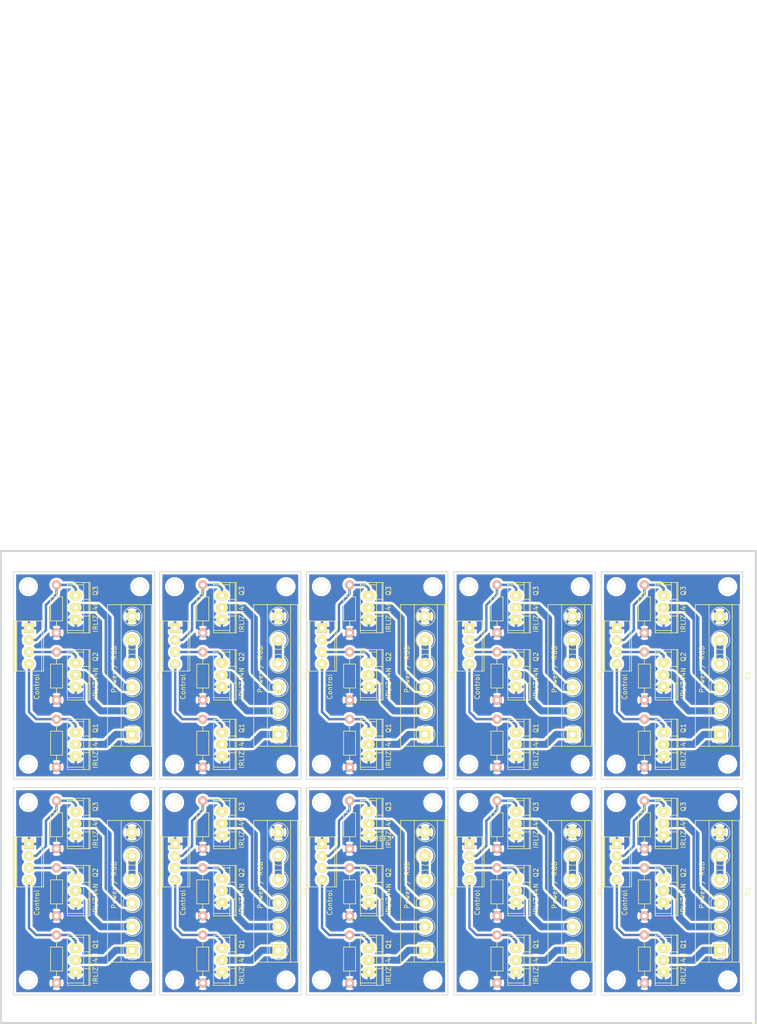
<source format=kicad_pcb>
(kicad_pcb (version 4) (host pcbnew "(2015-11-22 BZR 6327)-product")
  (title_block (title MOSFET-RGB-PWM-Control) (date 2015-11-25) (rev 1.1) (company "Mario Keller") (comment 1 http://www.ichbinzustaendig.de/dev/mosfet-rgb-pwm-control) (comment 2 https://github.com/mkeller0815/MOSFET-RGB-PWM-Control))
  (layers (0 F.Cu signal) (31 B.Cu signal) (34 B.Paste user) (35 F.Paste user) (36 B.SilkS user) (37 F.SilkS user) (38 B.Mask user) (39 F.Mask user) (44 Edge.Cuts user))
  (net 0 "")
  (net 1 +12V)
  (net 2 GND)
  (net 3 "Net-(P2-Pad2)")
  (net 4 "Net-(P2-Pad3)")
  (net 5 "Net-(P2-Pad4)")
  (net 6 /Red)
  (net 7 /Green)
  (net 8 /Blue)
  (module Resistors_ThroughHole:Resistor_Horizontal_RM10mm (layer F.Cu) (at 83.316906 60.874744 270)
    (fp_text reference R3 (at 0.24892 -3.50012 270) (layer F.SilkS))
    (fp_text value 10k)
    (pad 1 thru_hole circle (at -5.08 0 270) (size 1.99898 1.99898) (drill 1.00076) (layers *.Cu *.SilkS *.Mask) (net 3 "Net-(P2-Pad2)"))
    (pad 2 thru_hole circle (at 5.08 0 270) (size 1.99898 1.99898) (drill 1.00076) (layers *.Cu *.SilkS *.Mask) (net 2 GND))
  )
  (module Terminal_Blocks:TerminalBlock_Pheonix_MPT-2.54mm_4pol (layer F.Cu) (at 77.474906 64.938744 270)
    (fp_text reference "" (at 3.81 -4.50088 270) (layer F.SilkS))
    (fp_text value Control (at 12.446 -1.651 270) (layer F.SilkS))
    (pad 4 thru_hole oval (at 7.62 0 90) (size 2.1 2.1) (drill 0.9) (layers *.Cu *.Mask F.SilkS) (net 5 "Net-(P2-Pad4)"))
    (pad 1 thru_hole rect (at 0 0 90) (size 2.1 2.1) (drill 0.9) (layers *.Cu *.Mask F.SilkS) (net 2 GND))
    (pad 2 thru_hole oval (at 2.54 0 90) (size 2.1 2.1) (drill 0.9) (layers *.Cu *.Mask F.SilkS) (net 3 "Net-(P2-Pad2)"))
    (pad 3 thru_hole oval (at 5.08 0 90) (size 2.1 2.1) (drill 0.9) (layers *.Cu *.Mask F.SilkS) (net 4 "Net-(P2-Pad3)"))
  )
  (module Mounting_Holes:MountingHole_3mm (layer F.Cu) (at 77.347906 56.175744 90)
    (fp_text reference "" (at 0 -4.0005 90) (layer F.SilkS))
    (fp_text value "")
    (pad 1 thru_hole circle (at 0 0 90) (size 3 3) (drill 3) (layers))
  )
  (module Power_Integrations:TO-220 (layer F.Cu) (at 87.380906 60.620744 270)
    (fp_text reference Q3 (at -3.556 -4.191 270) (layer F.SilkS))
    (fp_text value IRLIZ44N (at 1.905 -4.191 270) (layer F.SilkS))
    (pad 2 thru_hole oval (at 0 0 270) (size 2.032 2.54) (drill 0.9) (layers *.Cu *.Mask F.SilkS) (net 6 /Red))
    (pad 3 thru_hole oval (at 2.54 0 270) (size 2.032 2.54) (drill 0.9) (layers *.Cu *.Mask F.SilkS) (net 2 GND))
    (pad 1 thru_hole oval (at -2.54 0 270) (size 2.032 2.54) (drill 0.9) (layers *.Cu *.Mask F.SilkS) (net 3 "Net-(P2-Pad2)"))
  )
  (module Mounting_Holes:MountingHole_3mm (layer F.Cu) (at 100.969906 56.175744 90)
    (fp_text reference "" (at 0 -4.0005 90) (layer F.SilkS))
    (fp_text value "")
    (pad 1 thru_hole circle (at 0 0 90) (size 3 3) (drill 3) (layers))
  )
  (module Power_Integrations:TO-220 (layer F.Cu) (at 87.380906 74.844744 270)
    (fp_text reference Q2 (at -3.81 -4.191 270) (layer F.SilkS))
    (fp_text value IRLIZ44N (at 1.778 -4.191 270) (layer F.SilkS))
    (pad 2 thru_hole oval (at 0 0 270) (size 2.032 2.54) (drill 0.9) (layers *.Cu *.Mask F.SilkS) (net 7 /Green))
    (pad 3 thru_hole oval (at 2.54 0 270) (size 2.032 2.54) (drill 0.9) (layers *.Cu *.Mask F.SilkS) (net 2 GND))
    (pad 1 thru_hole oval (at -2.54 0 270) (size 2.032 2.54) (drill 0.9) (layers *.Cu *.Mask F.SilkS) (net 4 "Net-(P2-Pad3)"))
  )
  (module Terminal_Blocks:TerminalBlock_Pheonix_MKDS1.5-6pol (layer F.Cu) (at 99.318906 87.478744 90)
    (fp_text reference P1 (at 12.5 5.9 90) (layer F.SilkS))
    (fp_text value "Power / RGB" (at 13.81 -3.81 90) (layer F.SilkS))
    (pad 6 thru_hole circle (at 25 0 90) (size 2.5 2.5) (drill 1.2) (layers *.Cu *.Mask F.SilkS) (net 2 GND))
    (pad 5 thru_hole circle (at 20 0 90) (size 2.5 2.5) (drill 1.2) (layers *.Cu *.Mask F.SilkS) (net 1 +12V))
    (pad 4 thru_hole circle (at 15 0 90) (size 2.5 2.5) (drill 1.2) (layers *.Cu *.Mask F.SilkS) (net 1 +12V))
    (pad 3 thru_hole circle (at 10 0 90) (size 2.5 2.5) (drill 1.2) (layers *.Cu *.Mask F.SilkS) (net 6 /Red))
    (pad 1 thru_hole rect (at 0 0 90) (size 2.5 2.5) (drill 1.2) (layers *.Cu *.Mask F.SilkS) (net 8 /Blue))
    (pad 2 thru_hole circle (at 5 0 90) (size 2.5 2.5) (drill 1.2) (layers *.Cu *.Mask F.SilkS) (net 7 /Green))
  )
  (module Mounting_Holes:MountingHole_3mm (layer F.Cu) (at 77.347906 93.767744 90)
    (fp_text reference "" (at 0 -4.0005 90) (layer F.SilkS))
    (fp_text value "")
    (pad 1 thru_hole circle (at 0 0 90) (size 3 3) (drill 3) (layers))
  )
  (module Mounting_Holes:MountingHole_3mm (layer F.Cu) (at 100.969906 101.895744 90)
    (fp_text reference "" (at 0 -4.0005 90) (layer F.SilkS))
    (fp_text value "")
    (pad 1 thru_hole circle (at 0 0 90) (size 3 3) (drill 3) (layers))
  )
  (module Resistors_ThroughHole:Resistor_Horizontal_RM10mm (layer F.Cu) (at 83.316906 106.594744 270)
    (fp_text reference R3 (at 0.24892 -3.50012 270) (layer F.SilkS))
    (fp_text value 10k)
    (pad 1 thru_hole circle (at -5.08 0 270) (size 1.99898 1.99898) (drill 1.00076) (layers *.Cu *.SilkS *.Mask) (net 3 "Net-(P2-Pad2)"))
    (pad 2 thru_hole circle (at 5.08 0 270) (size 1.99898 1.99898) (drill 1.00076) (layers *.Cu *.SilkS *.Mask) (net 2 GND))
  )
  (module Power_Integrations:TO-220 (layer F.Cu) (at 87.380906 106.340744 270)
    (fp_text reference Q3 (at -3.556 -4.191 270) (layer F.SilkS))
    (fp_text value IRLIZ44N (at 1.905 -4.191 270) (layer F.SilkS))
    (pad 2 thru_hole oval (at 0 0 270) (size 2.032 2.54) (drill 0.9) (layers *.Cu *.Mask F.SilkS) (net 6 /Red))
    (pad 3 thru_hole oval (at 2.54 0 270) (size 2.032 2.54) (drill 0.9) (layers *.Cu *.Mask F.SilkS) (net 2 GND))
    (pad 1 thru_hole oval (at -2.54 0 270) (size 2.032 2.54) (drill 0.9) (layers *.Cu *.Mask F.SilkS) (net 3 "Net-(P2-Pad2)"))
  )
  (module Mounting_Holes:MountingHole_3mm (layer F.Cu) (at 77.347906 101.895744 90)
    (fp_text reference "" (at 0 -4.0005 90) (layer F.SilkS))
    (fp_text value "")
    (pad 1 thru_hole circle (at 0 0 90) (size 3 3) (drill 3) (layers))
  )
  (module Terminal_Blocks:TerminalBlock_Pheonix_MPT-2.54mm_4pol (layer F.Cu) (at 77.474906 110.658744 270)
    (fp_text reference "" (at 3.81 -4.50088 270) (layer F.SilkS))
    (fp_text value Control (at 12.446 -1.651 270) (layer F.SilkS))
    (pad 4 thru_hole oval (at 7.62 0 90) (size 2.1 2.1) (drill 0.9) (layers *.Cu *.Mask F.SilkS) (net 5 "Net-(P2-Pad4)"))
    (pad 1 thru_hole rect (at 0 0 90) (size 2.1 2.1) (drill 0.9) (layers *.Cu *.Mask F.SilkS) (net 2 GND))
    (pad 2 thru_hole oval (at 2.54 0 90) (size 2.1 2.1) (drill 0.9) (layers *.Cu *.Mask F.SilkS) (net 3 "Net-(P2-Pad2)"))
    (pad 3 thru_hole oval (at 5.08 0 90) (size 2.1 2.1) (drill 0.9) (layers *.Cu *.Mask F.SilkS) (net 4 "Net-(P2-Pad3)"))
  )
  (module Power_Integrations:TO-220 (layer F.Cu) (at 87.380906 135.296744 270)
    (fp_text reference Q1 (at -3.429 -4.191 270) (layer F.SilkS))
    (fp_text value IRLIZ44N (at 1.778 -4.191 270) (layer F.SilkS))
    (pad 2 thru_hole oval (at 0 0 270) (size 2.032 2.54) (drill 0.9) (layers *.Cu *.Mask F.SilkS) (net 8 /Blue))
    (pad 3 thru_hole oval (at 2.54 0 270) (size 2.032 2.54) (drill 0.9) (layers *.Cu *.Mask F.SilkS) (net 2 GND))
    (pad 1 thru_hole oval (at -2.54 0 270) (size 2.032 2.54) (drill 0.9) (layers *.Cu *.Mask F.SilkS) (net 5 "Net-(P2-Pad4)"))
  )
  (module Resistors_ThroughHole:Resistor_Horizontal_RM10mm (layer F.Cu) (at 83.316906 135.042744 270)
    (fp_text reference R1 (at 0.24892 -3.50012 270) (layer F.SilkS))
    (fp_text value 10k)
    (pad 1 thru_hole circle (at -5.08 0 270) (size 1.99898 1.99898) (drill 1.00076) (layers *.Cu *.SilkS *.Mask) (net 5 "Net-(P2-Pad4)"))
    (pad 2 thru_hole circle (at 5.08 0 270) (size 1.99898 1.99898) (drill 1.00076) (layers *.Cu *.SilkS *.Mask) (net 2 GND))
  )
  (module Mounting_Holes:MountingHole_3mm (layer F.Cu) (at 77.347906 139.487744 90)
    (fp_text reference "" (at 0 -4.0005 90) (layer F.SilkS))
    (fp_text value "")
    (pad 1 thru_hole circle (at 0 0 90) (size 3 3) (drill 3) (layers))
  )
  (module Mounting_Holes:MountingHole_3mm (layer F.Cu) (at 100.969906 139.487744 90)
    (fp_text reference "" (at 0 -4.0005 90) (layer F.SilkS))
    (fp_text value "")
    (pad 1 thru_hole circle (at 0 0 90) (size 3 3) (drill 3) (layers))
  )
  (module Power_Integrations:TO-220 (layer F.Cu) (at 87.380906 120.564744 270)
    (fp_text reference Q2 (at -3.81 -4.191 270) (layer F.SilkS))
    (fp_text value IRLIZ44N (at 1.778 -4.191 270) (layer F.SilkS))
    (pad 2 thru_hole oval (at 0 0 270) (size 2.032 2.54) (drill 0.9) (layers *.Cu *.Mask F.SilkS) (net 7 /Green))
    (pad 3 thru_hole oval (at 2.54 0 270) (size 2.032 2.54) (drill 0.9) (layers *.Cu *.Mask F.SilkS) (net 2 GND))
    (pad 1 thru_hole oval (at -2.54 0 270) (size 2.032 2.54) (drill 0.9) (layers *.Cu *.Mask F.SilkS) (net 4 "Net-(P2-Pad3)"))
  )
  (module Terminal_Blocks:TerminalBlock_Pheonix_MKDS1.5-6pol (layer F.Cu) (at 99.318906 133.198744 90)
    (fp_text reference P1 (at 12.5 5.9 90) (layer F.SilkS))
    (fp_text value "Power / RGB" (at 13.81 -3.81 90) (layer F.SilkS))
    (pad 6 thru_hole circle (at 25 0 90) (size 2.5 2.5) (drill 1.2) (layers *.Cu *.Mask F.SilkS) (net 2 GND))
    (pad 5 thru_hole circle (at 20 0 90) (size 2.5 2.5) (drill 1.2) (layers *.Cu *.Mask F.SilkS) (net 1 +12V))
    (pad 4 thru_hole circle (at 15 0 90) (size 2.5 2.5) (drill 1.2) (layers *.Cu *.Mask F.SilkS) (net 1 +12V))
    (pad 3 thru_hole circle (at 10 0 90) (size 2.5 2.5) (drill 1.2) (layers *.Cu *.Mask F.SilkS) (net 6 /Red))
    (pad 1 thru_hole rect (at 0 0 90) (size 2.5 2.5) (drill 1.2) (layers *.Cu *.Mask F.SilkS) (net 8 /Blue))
    (pad 2 thru_hole circle (at 5 0 90) (size 2.5 2.5) (drill 1.2) (layers *.Cu *.Mask F.SilkS) (net 7 /Green))
  )
  (module Resistors_ThroughHole:Resistor_Horizontal_RM10mm (layer F.Cu) (at 83.316906 120.818744 270)
    (fp_text reference R2 (at 0.24892 -3.50012 270) (layer F.SilkS))
    (fp_text value 10k)
    (pad 1 thru_hole circle (at -5.08 0 270) (size 1.99898 1.99898) (drill 1.00076) (layers *.Cu *.SilkS *.Mask) (net 4 "Net-(P2-Pad3)"))
    (pad 2 thru_hole circle (at 5.08 0 270) (size 1.99898 1.99898) (drill 1.00076) (layers *.Cu *.SilkS *.Mask) (net 2 GND))
  )
  (module Resistors_ThroughHole:Resistor_Horizontal_RM10mm (layer F.Cu) (at 83.316906 89.322744 270)
    (fp_text reference R1 (at 0.24892 -3.50012 270) (layer F.SilkS))
    (fp_text value 10k)
    (pad 1 thru_hole circle (at -5.08 0 270) (size 1.99898 1.99898) (drill 1.00076) (layers *.Cu *.SilkS *.Mask) (net 5 "Net-(P2-Pad4)"))
    (pad 2 thru_hole circle (at 5.08 0 270) (size 1.99898 1.99898) (drill 1.00076) (layers *.Cu *.SilkS *.Mask) (net 2 GND))
  )
  (module Resistors_ThroughHole:Resistor_Horizontal_RM10mm (layer F.Cu) (at 83.316906 75.098744 270)
    (fp_text reference R2 (at 0.24892 -3.50012 270) (layer F.SilkS))
    (fp_text value 10k)
    (pad 1 thru_hole circle (at -5.08 0 270) (size 1.99898 1.99898) (drill 1.00076) (layers *.Cu *.SilkS *.Mask) (net 4 "Net-(P2-Pad3)"))
    (pad 2 thru_hole circle (at 5.08 0 270) (size 1.99898 1.99898) (drill 1.00076) (layers *.Cu *.SilkS *.Mask) (net 2 GND))
  )
  (module Power_Integrations:TO-220 (layer F.Cu) (at 87.380906 89.576744 270)
    (fp_text reference Q1 (at -3.429 -4.191 270) (layer F.SilkS))
    (fp_text value IRLIZ44N (at 1.778 -4.191 270) (layer F.SilkS))
    (pad 2 thru_hole oval (at 0 0 270) (size 2.032 2.54) (drill 0.9) (layers *.Cu *.Mask F.SilkS) (net 8 /Blue))
    (pad 3 thru_hole oval (at 2.54 0 270) (size 2.032 2.54) (drill 0.9) (layers *.Cu *.Mask F.SilkS) (net 2 GND))
    (pad 1 thru_hole oval (at -2.54 0 270) (size 2.032 2.54) (drill 0.9) (layers *.Cu *.Mask F.SilkS) (net 5 "Net-(P2-Pad4)"))
  )
  (module Mounting_Holes:MountingHole_3mm (layer F.Cu) (at 100.969906 93.767744 90)
    (fp_text reference "" (at 0 -4.0005 90) (layer F.SilkS))
    (fp_text value "")
    (pad 1 thru_hole circle (at 0 0 90) (size 3 3) (drill 3) (layers))
  )
  (module Resistors_ThroughHole:Resistor_Horizontal_RM10mm (layer F.Cu) (at 114.304906 60.874744 270)
    (fp_text reference R3 (at 0.24892 -3.50012 270) (layer F.SilkS))
    (fp_text value 10k)
    (pad 1 thru_hole circle (at -5.08 0 270) (size 1.99898 1.99898) (drill 1.00076) (layers *.Cu *.SilkS *.Mask) (net 3 "Net-(P2-Pad2)"))
    (pad 2 thru_hole circle (at 5.08 0 270) (size 1.99898 1.99898) (drill 1.00076) (layers *.Cu *.SilkS *.Mask) (net 2 GND))
  )
  (module Terminal_Blocks:TerminalBlock_Pheonix_MPT-2.54mm_4pol (layer F.Cu) (at 108.462906 64.938744 270)
    (fp_text reference "" (at 3.81 -4.50088 270) (layer F.SilkS))
    (fp_text value Control (at 12.446 -1.651 270) (layer F.SilkS))
    (pad 4 thru_hole oval (at 7.62 0 90) (size 2.1 2.1) (drill 0.9) (layers *.Cu *.Mask F.SilkS) (net 5 "Net-(P2-Pad4)"))
    (pad 1 thru_hole rect (at 0 0 90) (size 2.1 2.1) (drill 0.9) (layers *.Cu *.Mask F.SilkS) (net 2 GND))
    (pad 2 thru_hole oval (at 2.54 0 90) (size 2.1 2.1) (drill 0.9) (layers *.Cu *.Mask F.SilkS) (net 3 "Net-(P2-Pad2)"))
    (pad 3 thru_hole oval (at 5.08 0 90) (size 2.1 2.1) (drill 0.9) (layers *.Cu *.Mask F.SilkS) (net 4 "Net-(P2-Pad3)"))
  )
  (module Mounting_Holes:MountingHole_3mm (layer F.Cu) (at 108.335906 56.175744 90)
    (fp_text reference "" (at 0 -4.0005 90) (layer F.SilkS))
    (fp_text value "")
    (pad 1 thru_hole circle (at 0 0 90) (size 3 3) (drill 3) (layers))
  )
  (module Power_Integrations:TO-220 (layer F.Cu) (at 118.368906 60.620744 270)
    (fp_text reference Q3 (at -3.556 -4.191 270) (layer F.SilkS))
    (fp_text value IRLIZ44N (at 1.905 -4.191 270) (layer F.SilkS))
    (pad 2 thru_hole oval (at 0 0 270) (size 2.032 2.54) (drill 0.9) (layers *.Cu *.Mask F.SilkS) (net 6 /Red))
    (pad 3 thru_hole oval (at 2.54 0 270) (size 2.032 2.54) (drill 0.9) (layers *.Cu *.Mask F.SilkS) (net 2 GND))
    (pad 1 thru_hole oval (at -2.54 0 270) (size 2.032 2.54) (drill 0.9) (layers *.Cu *.Mask F.SilkS) (net 3 "Net-(P2-Pad2)"))
  )
  (module Mounting_Holes:MountingHole_3mm (layer F.Cu) (at 131.957906 56.175744 90)
    (fp_text reference "" (at 0 -4.0005 90) (layer F.SilkS))
    (fp_text value "")
    (pad 1 thru_hole circle (at 0 0 90) (size 3 3) (drill 3) (layers))
  )
  (module Power_Integrations:TO-220 (layer F.Cu) (at 118.368906 74.844744 270)
    (fp_text reference Q2 (at -3.81 -4.191 270) (layer F.SilkS))
    (fp_text value IRLIZ44N (at 1.778 -4.191 270) (layer F.SilkS))
    (pad 2 thru_hole oval (at 0 0 270) (size 2.032 2.54) (drill 0.9) (layers *.Cu *.Mask F.SilkS) (net 7 /Green))
    (pad 3 thru_hole oval (at 2.54 0 270) (size 2.032 2.54) (drill 0.9) (layers *.Cu *.Mask F.SilkS) (net 2 GND))
    (pad 1 thru_hole oval (at -2.54 0 270) (size 2.032 2.54) (drill 0.9) (layers *.Cu *.Mask F.SilkS) (net 4 "Net-(P2-Pad3)"))
  )
  (module Terminal_Blocks:TerminalBlock_Pheonix_MKDS1.5-6pol (layer F.Cu) (at 130.306906 87.478744 90)
    (fp_text reference P1 (at 12.5 5.9 90) (layer F.SilkS))
    (fp_text value "Power / RGB" (at 13.81 -3.81 90) (layer F.SilkS))
    (pad 6 thru_hole circle (at 25 0 90) (size 2.5 2.5) (drill 1.2) (layers *.Cu *.Mask F.SilkS) (net 2 GND))
    (pad 5 thru_hole circle (at 20 0 90) (size 2.5 2.5) (drill 1.2) (layers *.Cu *.Mask F.SilkS) (net 1 +12V))
    (pad 4 thru_hole circle (at 15 0 90) (size 2.5 2.5) (drill 1.2) (layers *.Cu *.Mask F.SilkS) (net 1 +12V))
    (pad 3 thru_hole circle (at 10 0 90) (size 2.5 2.5) (drill 1.2) (layers *.Cu *.Mask F.SilkS) (net 6 /Red))
    (pad 1 thru_hole rect (at 0 0 90) (size 2.5 2.5) (drill 1.2) (layers *.Cu *.Mask F.SilkS) (net 8 /Blue))
    (pad 2 thru_hole circle (at 5 0 90) (size 2.5 2.5) (drill 1.2) (layers *.Cu *.Mask F.SilkS) (net 7 /Green))
  )
  (module Mounting_Holes:MountingHole_3mm (layer F.Cu) (at 108.335906 93.767744 90)
    (fp_text reference "" (at 0 -4.0005 90) (layer F.SilkS))
    (fp_text value "")
    (pad 1 thru_hole circle (at 0 0 90) (size 3 3) (drill 3) (layers))
  )
  (module Mounting_Holes:MountingHole_3mm (layer F.Cu) (at 131.957906 101.895744 90)
    (fp_text reference "" (at 0 -4.0005 90) (layer F.SilkS))
    (fp_text value "")
    (pad 1 thru_hole circle (at 0 0 90) (size 3 3) (drill 3) (layers))
  )
  (module Resistors_ThroughHole:Resistor_Horizontal_RM10mm (layer F.Cu) (at 114.304906 106.594744 270)
    (fp_text reference R3 (at 0.24892 -3.50012 270) (layer F.SilkS))
    (fp_text value 10k)
    (pad 1 thru_hole circle (at -5.08 0 270) (size 1.99898 1.99898) (drill 1.00076) (layers *.Cu *.SilkS *.Mask) (net 3 "Net-(P2-Pad2)"))
    (pad 2 thru_hole circle (at 5.08 0 270) (size 1.99898 1.99898) (drill 1.00076) (layers *.Cu *.SilkS *.Mask) (net 2 GND))
  )
  (module Power_Integrations:TO-220 (layer F.Cu) (at 118.368906 106.340744 270)
    (fp_text reference Q3 (at -3.556 -4.191 270) (layer F.SilkS))
    (fp_text value IRLIZ44N (at 1.905 -4.191 270) (layer F.SilkS))
    (pad 2 thru_hole oval (at 0 0 270) (size 2.032 2.54) (drill 0.9) (layers *.Cu *.Mask F.SilkS) (net 6 /Red))
    (pad 3 thru_hole oval (at 2.54 0 270) (size 2.032 2.54) (drill 0.9) (layers *.Cu *.Mask F.SilkS) (net 2 GND))
    (pad 1 thru_hole oval (at -2.54 0 270) (size 2.032 2.54) (drill 0.9) (layers *.Cu *.Mask F.SilkS) (net 3 "Net-(P2-Pad2)"))
  )
  (module Mounting_Holes:MountingHole_3mm (layer F.Cu) (at 108.335906 101.895744 90)
    (fp_text reference "" (at 0 -4.0005 90) (layer F.SilkS))
    (fp_text value "")
    (pad 1 thru_hole circle (at 0 0 90) (size 3 3) (drill 3) (layers))
  )
  (module Terminal_Blocks:TerminalBlock_Pheonix_MPT-2.54mm_4pol (layer F.Cu) (at 108.462906 110.658744 270)
    (fp_text reference "" (at 3.81 -4.50088 270) (layer F.SilkS))
    (fp_text value Control (at 12.446 -1.651 270) (layer F.SilkS))
    (pad 4 thru_hole oval (at 7.62 0 90) (size 2.1 2.1) (drill 0.9) (layers *.Cu *.Mask F.SilkS) (net 5 "Net-(P2-Pad4)"))
    (pad 1 thru_hole rect (at 0 0 90) (size 2.1 2.1) (drill 0.9) (layers *.Cu *.Mask F.SilkS) (net 2 GND))
    (pad 2 thru_hole oval (at 2.54 0 90) (size 2.1 2.1) (drill 0.9) (layers *.Cu *.Mask F.SilkS) (net 3 "Net-(P2-Pad2)"))
    (pad 3 thru_hole oval (at 5.08 0 90) (size 2.1 2.1) (drill 0.9) (layers *.Cu *.Mask F.SilkS) (net 4 "Net-(P2-Pad3)"))
  )
  (module Power_Integrations:TO-220 (layer F.Cu) (at 118.368906 135.296744 270)
    (fp_text reference Q1 (at -3.429 -4.191 270) (layer F.SilkS))
    (fp_text value IRLIZ44N (at 1.778 -4.191 270) (layer F.SilkS))
    (pad 2 thru_hole oval (at 0 0 270) (size 2.032 2.54) (drill 0.9) (layers *.Cu *.Mask F.SilkS) (net 8 /Blue))
    (pad 3 thru_hole oval (at 2.54 0 270) (size 2.032 2.54) (drill 0.9) (layers *.Cu *.Mask F.SilkS) (net 2 GND))
    (pad 1 thru_hole oval (at -2.54 0 270) (size 2.032 2.54) (drill 0.9) (layers *.Cu *.Mask F.SilkS) (net 5 "Net-(P2-Pad4)"))
  )
  (module Resistors_ThroughHole:Resistor_Horizontal_RM10mm (layer F.Cu) (at 114.304906 135.042744 270)
    (fp_text reference R1 (at 0.24892 -3.50012 270) (layer F.SilkS))
    (fp_text value 10k)
    (pad 1 thru_hole circle (at -5.08 0 270) (size 1.99898 1.99898) (drill 1.00076) (layers *.Cu *.SilkS *.Mask) (net 5 "Net-(P2-Pad4)"))
    (pad 2 thru_hole circle (at 5.08 0 270) (size 1.99898 1.99898) (drill 1.00076) (layers *.Cu *.SilkS *.Mask) (net 2 GND))
  )
  (module Mounting_Holes:MountingHole_3mm (layer F.Cu) (at 108.335906 139.487744 90)
    (fp_text reference "" (at 0 -4.0005 90) (layer F.SilkS))
    (fp_text value "")
    (pad 1 thru_hole circle (at 0 0 90) (size 3 3) (drill 3) (layers))
  )
  (module Mounting_Holes:MountingHole_3mm (layer F.Cu) (at 131.957906 139.487744 90)
    (fp_text reference "" (at 0 -4.0005 90) (layer F.SilkS))
    (fp_text value "")
    (pad 1 thru_hole circle (at 0 0 90) (size 3 3) (drill 3) (layers))
  )
  (module Power_Integrations:TO-220 (layer F.Cu) (at 118.368906 120.564744 270)
    (fp_text reference Q2 (at -3.81 -4.191 270) (layer F.SilkS))
    (fp_text value IRLIZ44N (at 1.778 -4.191 270) (layer F.SilkS))
    (pad 2 thru_hole oval (at 0 0 270) (size 2.032 2.54) (drill 0.9) (layers *.Cu *.Mask F.SilkS) (net 7 /Green))
    (pad 3 thru_hole oval (at 2.54 0 270) (size 2.032 2.54) (drill 0.9) (layers *.Cu *.Mask F.SilkS) (net 2 GND))
    (pad 1 thru_hole oval (at -2.54 0 270) (size 2.032 2.54) (drill 0.9) (layers *.Cu *.Mask F.SilkS) (net 4 "Net-(P2-Pad3)"))
  )
  (module Terminal_Blocks:TerminalBlock_Pheonix_MKDS1.5-6pol (layer F.Cu) (at 130.306906 133.198744 90)
    (fp_text reference P1 (at 12.5 5.9 90) (layer F.SilkS))
    (fp_text value "Power / RGB" (at 13.81 -3.81 90) (layer F.SilkS))
    (pad 6 thru_hole circle (at 25 0 90) (size 2.5 2.5) (drill 1.2) (layers *.Cu *.Mask F.SilkS) (net 2 GND))
    (pad 5 thru_hole circle (at 20 0 90) (size 2.5 2.5) (drill 1.2) (layers *.Cu *.Mask F.SilkS) (net 1 +12V))
    (pad 4 thru_hole circle (at 15 0 90) (size 2.5 2.5) (drill 1.2) (layers *.Cu *.Mask F.SilkS) (net 1 +12V))
    (pad 3 thru_hole circle (at 10 0 90) (size 2.5 2.5) (drill 1.2) (layers *.Cu *.Mask F.SilkS) (net 6 /Red))
    (pad 1 thru_hole rect (at 0 0 90) (size 2.5 2.5) (drill 1.2) (layers *.Cu *.Mask F.SilkS) (net 8 /Blue))
    (pad 2 thru_hole circle (at 5 0 90) (size 2.5 2.5) (drill 1.2) (layers *.Cu *.Mask F.SilkS) (net 7 /Green))
  )
  (module Resistors_ThroughHole:Resistor_Horizontal_RM10mm (layer F.Cu) (at 114.304906 120.818744 270)
    (fp_text reference R2 (at 0.24892 -3.50012 270) (layer F.SilkS))
    (fp_text value 10k)
    (pad 1 thru_hole circle (at -5.08 0 270) (size 1.99898 1.99898) (drill 1.00076) (layers *.Cu *.SilkS *.Mask) (net 4 "Net-(P2-Pad3)"))
    (pad 2 thru_hole circle (at 5.08 0 270) (size 1.99898 1.99898) (drill 1.00076) (layers *.Cu *.SilkS *.Mask) (net 2 GND))
  )
  (module Resistors_ThroughHole:Resistor_Horizontal_RM10mm (layer F.Cu) (at 114.304906 89.322744 270)
    (fp_text reference R1 (at 0.24892 -3.50012 270) (layer F.SilkS))
    (fp_text value 10k)
    (pad 1 thru_hole circle (at -5.08 0 270) (size 1.99898 1.99898) (drill 1.00076) (layers *.Cu *.SilkS *.Mask) (net 5 "Net-(P2-Pad4)"))
    (pad 2 thru_hole circle (at 5.08 0 270) (size 1.99898 1.99898) (drill 1.00076) (layers *.Cu *.SilkS *.Mask) (net 2 GND))
  )
  (module Resistors_ThroughHole:Resistor_Horizontal_RM10mm (layer F.Cu) (at 114.304906 75.098744 270)
    (fp_text reference R2 (at 0.24892 -3.50012 270) (layer F.SilkS))
    (fp_text value 10k)
    (pad 1 thru_hole circle (at -5.08 0 270) (size 1.99898 1.99898) (drill 1.00076) (layers *.Cu *.SilkS *.Mask) (net 4 "Net-(P2-Pad3)"))
    (pad 2 thru_hole circle (at 5.08 0 270) (size 1.99898 1.99898) (drill 1.00076) (layers *.Cu *.SilkS *.Mask) (net 2 GND))
  )
  (module Power_Integrations:TO-220 (layer F.Cu) (at 118.368906 89.576744 270)
    (fp_text reference Q1 (at -3.429 -4.191 270) (layer F.SilkS))
    (fp_text value IRLIZ44N (at 1.778 -4.191 270) (layer F.SilkS))
    (pad 2 thru_hole oval (at 0 0 270) (size 2.032 2.54) (drill 0.9) (layers *.Cu *.Mask F.SilkS) (net 8 /Blue))
    (pad 3 thru_hole oval (at 2.54 0 270) (size 2.032 2.54) (drill 0.9) (layers *.Cu *.Mask F.SilkS) (net 2 GND))
    (pad 1 thru_hole oval (at -2.54 0 270) (size 2.032 2.54) (drill 0.9) (layers *.Cu *.Mask F.SilkS) (net 5 "Net-(P2-Pad4)"))
  )
  (module Mounting_Holes:MountingHole_3mm (layer F.Cu) (at 131.957906 93.767744 90)
    (fp_text reference "" (at 0 -4.0005 90) (layer F.SilkS))
    (fp_text value "")
    (pad 1 thru_hole circle (at 0 0 90) (size 3 3) (drill 3) (layers))
  )
  (module Resistors_ThroughHole:Resistor_Horizontal_RM10mm (layer F.Cu) (at 145.419906 60.874744 270)
    (fp_text reference R3 (at 0.24892 -3.50012 270) (layer F.SilkS))
    (fp_text value 10k)
    (pad 1 thru_hole circle (at -5.08 0 270) (size 1.99898 1.99898) (drill 1.00076) (layers *.Cu *.SilkS *.Mask) (net 3 "Net-(P2-Pad2)"))
    (pad 2 thru_hole circle (at 5.08 0 270) (size 1.99898 1.99898) (drill 1.00076) (layers *.Cu *.SilkS *.Mask) (net 2 GND))
  )
  (module Terminal_Blocks:TerminalBlock_Pheonix_MPT-2.54mm_4pol (layer F.Cu) (at 139.577906 64.938744 270)
    (fp_text reference "" (at 3.81 -4.50088 270) (layer F.SilkS))
    (fp_text value Control (at 12.446 -1.651 270) (layer F.SilkS))
    (pad 4 thru_hole oval (at 7.62 0 90) (size 2.1 2.1) (drill 0.9) (layers *.Cu *.Mask F.SilkS) (net 5 "Net-(P2-Pad4)"))
    (pad 1 thru_hole rect (at 0 0 90) (size 2.1 2.1) (drill 0.9) (layers *.Cu *.Mask F.SilkS) (net 2 GND))
    (pad 2 thru_hole oval (at 2.54 0 90) (size 2.1 2.1) (drill 0.9) (layers *.Cu *.Mask F.SilkS) (net 3 "Net-(P2-Pad2)"))
    (pad 3 thru_hole oval (at 5.08 0 90) (size 2.1 2.1) (drill 0.9) (layers *.Cu *.Mask F.SilkS) (net 4 "Net-(P2-Pad3)"))
  )
  (module Mounting_Holes:MountingHole_3mm (layer F.Cu) (at 139.450906 56.175744 90)
    (fp_text reference "" (at 0 -4.0005 90) (layer F.SilkS))
    (fp_text value "")
    (pad 1 thru_hole circle (at 0 0 90) (size 3 3) (drill 3) (layers))
  )
  (module Power_Integrations:TO-220 (layer F.Cu) (at 149.483906 60.620744 270)
    (fp_text reference Q3 (at -3.556 -4.191 270) (layer F.SilkS))
    (fp_text value IRLIZ44N (at 1.905 -4.191 270) (layer F.SilkS))
    (pad 2 thru_hole oval (at 0 0 270) (size 2.032 2.54) (drill 0.9) (layers *.Cu *.Mask F.SilkS) (net 6 /Red))
    (pad 3 thru_hole oval (at 2.54 0 270) (size 2.032 2.54) (drill 0.9) (layers *.Cu *.Mask F.SilkS) (net 2 GND))
    (pad 1 thru_hole oval (at -2.54 0 270) (size 2.032 2.54) (drill 0.9) (layers *.Cu *.Mask F.SilkS) (net 3 "Net-(P2-Pad2)"))
  )
  (module Mounting_Holes:MountingHole_3mm (layer F.Cu) (at 163.072906 56.175744 90)
    (fp_text reference "" (at 0 -4.0005 90) (layer F.SilkS))
    (fp_text value "")
    (pad 1 thru_hole circle (at 0 0 90) (size 3 3) (drill 3) (layers))
  )
  (module Power_Integrations:TO-220 (layer F.Cu) (at 149.483906 74.844744 270)
    (fp_text reference Q2 (at -3.81 -4.191 270) (layer F.SilkS))
    (fp_text value IRLIZ44N (at 1.778 -4.191 270) (layer F.SilkS))
    (pad 2 thru_hole oval (at 0 0 270) (size 2.032 2.54) (drill 0.9) (layers *.Cu *.Mask F.SilkS) (net 7 /Green))
    (pad 3 thru_hole oval (at 2.54 0 270) (size 2.032 2.54) (drill 0.9) (layers *.Cu *.Mask F.SilkS) (net 2 GND))
    (pad 1 thru_hole oval (at -2.54 0 270) (size 2.032 2.54) (drill 0.9) (layers *.Cu *.Mask F.SilkS) (net 4 "Net-(P2-Pad3)"))
  )
  (module Terminal_Blocks:TerminalBlock_Pheonix_MKDS1.5-6pol (layer F.Cu) (at 161.421906 87.478744 90)
    (fp_text reference P1 (at 12.5 5.9 90) (layer F.SilkS))
    (fp_text value "Power / RGB" (at 13.81 -3.81 90) (layer F.SilkS))
    (pad 6 thru_hole circle (at 25 0 90) (size 2.5 2.5) (drill 1.2) (layers *.Cu *.Mask F.SilkS) (net 2 GND))
    (pad 5 thru_hole circle (at 20 0 90) (size 2.5 2.5) (drill 1.2) (layers *.Cu *.Mask F.SilkS) (net 1 +12V))
    (pad 4 thru_hole circle (at 15 0 90) (size 2.5 2.5) (drill 1.2) (layers *.Cu *.Mask F.SilkS) (net 1 +12V))
    (pad 3 thru_hole circle (at 10 0 90) (size 2.5 2.5) (drill 1.2) (layers *.Cu *.Mask F.SilkS) (net 6 /Red))
    (pad 1 thru_hole rect (at 0 0 90) (size 2.5 2.5) (drill 1.2) (layers *.Cu *.Mask F.SilkS) (net 8 /Blue))
    (pad 2 thru_hole circle (at 5 0 90) (size 2.5 2.5) (drill 1.2) (layers *.Cu *.Mask F.SilkS) (net 7 /Green))
  )
  (module Mounting_Holes:MountingHole_3mm (layer F.Cu) (at 139.450906 93.767744 90)
    (fp_text reference "" (at 0 -4.0005 90) (layer F.SilkS))
    (fp_text value "")
    (pad 1 thru_hole circle (at 0 0 90) (size 3 3) (drill 3) (layers))
  )
  (module Mounting_Holes:MountingHole_3mm (layer F.Cu) (at 163.072906 101.895744 90)
    (fp_text reference "" (at 0 -4.0005 90) (layer F.SilkS))
    (fp_text value "")
    (pad 1 thru_hole circle (at 0 0 90) (size 3 3) (drill 3) (layers))
  )
  (module Resistors_ThroughHole:Resistor_Horizontal_RM10mm (layer F.Cu) (at 145.419906 106.594744 270)
    (fp_text reference R3 (at 0.24892 -3.50012 270) (layer F.SilkS))
    (fp_text value 10k)
    (pad 1 thru_hole circle (at -5.08 0 270) (size 1.99898 1.99898) (drill 1.00076) (layers *.Cu *.SilkS *.Mask) (net 3 "Net-(P2-Pad2)"))
    (pad 2 thru_hole circle (at 5.08 0 270) (size 1.99898 1.99898) (drill 1.00076) (layers *.Cu *.SilkS *.Mask) (net 2 GND))
  )
  (module Power_Integrations:TO-220 (layer F.Cu) (at 149.483906 106.340744 270)
    (fp_text reference Q3 (at -3.556 -4.191 270) (layer F.SilkS))
    (fp_text value IRLIZ44N (at 1.905 -4.191 270) (layer F.SilkS))
    (pad 2 thru_hole oval (at 0 0 270) (size 2.032 2.54) (drill 0.9) (layers *.Cu *.Mask F.SilkS) (net 6 /Red))
    (pad 3 thru_hole oval (at 2.54 0 270) (size 2.032 2.54) (drill 0.9) (layers *.Cu *.Mask F.SilkS) (net 2 GND))
    (pad 1 thru_hole oval (at -2.54 0 270) (size 2.032 2.54) (drill 0.9) (layers *.Cu *.Mask F.SilkS) (net 3 "Net-(P2-Pad2)"))
  )
  (module Mounting_Holes:MountingHole_3mm (layer F.Cu) (at 139.450906 101.895744 90)
    (fp_text reference "" (at 0 -4.0005 90) (layer F.SilkS))
    (fp_text value "")
    (pad 1 thru_hole circle (at 0 0 90) (size 3 3) (drill 3) (layers))
  )
  (module Terminal_Blocks:TerminalBlock_Pheonix_MPT-2.54mm_4pol (layer F.Cu) (at 139.577906 110.658744 270)
    (fp_text reference "" (at 3.81 -4.50088 270) (layer F.SilkS))
    (fp_text value Control (at 12.446 -1.651 270) (layer F.SilkS))
    (pad 4 thru_hole oval (at 7.62 0 90) (size 2.1 2.1) (drill 0.9) (layers *.Cu *.Mask F.SilkS) (net 5 "Net-(P2-Pad4)"))
    (pad 1 thru_hole rect (at 0 0 90) (size 2.1 2.1) (drill 0.9) (layers *.Cu *.Mask F.SilkS) (net 2 GND))
    (pad 2 thru_hole oval (at 2.54 0 90) (size 2.1 2.1) (drill 0.9) (layers *.Cu *.Mask F.SilkS) (net 3 "Net-(P2-Pad2)"))
    (pad 3 thru_hole oval (at 5.08 0 90) (size 2.1 2.1) (drill 0.9) (layers *.Cu *.Mask F.SilkS) (net 4 "Net-(P2-Pad3)"))
  )
  (module Power_Integrations:TO-220 (layer F.Cu) (at 149.483906 135.296744 270)
    (fp_text reference Q1 (at -3.429 -4.191 270) (layer F.SilkS))
    (fp_text value IRLIZ44N (at 1.778 -4.191 270) (layer F.SilkS))
    (pad 2 thru_hole oval (at 0 0 270) (size 2.032 2.54) (drill 0.9) (layers *.Cu *.Mask F.SilkS) (net 8 /Blue))
    (pad 3 thru_hole oval (at 2.54 0 270) (size 2.032 2.54) (drill 0.9) (layers *.Cu *.Mask F.SilkS) (net 2 GND))
    (pad 1 thru_hole oval (at -2.54 0 270) (size 2.032 2.54) (drill 0.9) (layers *.Cu *.Mask F.SilkS) (net 5 "Net-(P2-Pad4)"))
  )
  (module Resistors_ThroughHole:Resistor_Horizontal_RM10mm (layer F.Cu) (at 145.419906 135.042744 270)
    (fp_text reference R1 (at 0.24892 -3.50012 270) (layer F.SilkS))
    (fp_text value 10k)
    (pad 1 thru_hole circle (at -5.08 0 270) (size 1.99898 1.99898) (drill 1.00076) (layers *.Cu *.SilkS *.Mask) (net 5 "Net-(P2-Pad4)"))
    (pad 2 thru_hole circle (at 5.08 0 270) (size 1.99898 1.99898) (drill 1.00076) (layers *.Cu *.SilkS *.Mask) (net 2 GND))
  )
  (module Mounting_Holes:MountingHole_3mm (layer F.Cu) (at 139.450906 139.487744 90)
    (fp_text reference "" (at 0 -4.0005 90) (layer F.SilkS))
    (fp_text value "")
    (pad 1 thru_hole circle (at 0 0 90) (size 3 3) (drill 3) (layers))
  )
  (module Mounting_Holes:MountingHole_3mm (layer F.Cu) (at 163.072906 139.487744 90)
    (fp_text reference "" (at 0 -4.0005 90) (layer F.SilkS))
    (fp_text value "")
    (pad 1 thru_hole circle (at 0 0 90) (size 3 3) (drill 3) (layers))
  )
  (module Power_Integrations:TO-220 (layer F.Cu) (at 149.483906 120.564744 270)
    (fp_text reference Q2 (at -3.81 -4.191 270) (layer F.SilkS))
    (fp_text value IRLIZ44N (at 1.778 -4.191 270) (layer F.SilkS))
    (pad 2 thru_hole oval (at 0 0 270) (size 2.032 2.54) (drill 0.9) (layers *.Cu *.Mask F.SilkS) (net 7 /Green))
    (pad 3 thru_hole oval (at 2.54 0 270) (size 2.032 2.54) (drill 0.9) (layers *.Cu *.Mask F.SilkS) (net 2 GND))
    (pad 1 thru_hole oval (at -2.54 0 270) (size 2.032 2.54) (drill 0.9) (layers *.Cu *.Mask F.SilkS) (net 4 "Net-(P2-Pad3)"))
  )
  (module Terminal_Blocks:TerminalBlock_Pheonix_MKDS1.5-6pol (layer F.Cu) (at 161.421906 133.198744 90)
    (fp_text reference P1 (at 12.5 5.9 90) (layer F.SilkS))
    (fp_text value "Power / RGB" (at 13.81 -3.81 90) (layer F.SilkS))
    (pad 6 thru_hole circle (at 25 0 90) (size 2.5 2.5) (drill 1.2) (layers *.Cu *.Mask F.SilkS) (net 2 GND))
    (pad 5 thru_hole circle (at 20 0 90) (size 2.5 2.5) (drill 1.2) (layers *.Cu *.Mask F.SilkS) (net 1 +12V))
    (pad 4 thru_hole circle (at 15 0 90) (size 2.5 2.5) (drill 1.2) (layers *.Cu *.Mask F.SilkS) (net 1 +12V))
    (pad 3 thru_hole circle (at 10 0 90) (size 2.5 2.5) (drill 1.2) (layers *.Cu *.Mask F.SilkS) (net 6 /Red))
    (pad 1 thru_hole rect (at 0 0 90) (size 2.5 2.5) (drill 1.2) (layers *.Cu *.Mask F.SilkS) (net 8 /Blue))
    (pad 2 thru_hole circle (at 5 0 90) (size 2.5 2.5) (drill 1.2) (layers *.Cu *.Mask F.SilkS) (net 7 /Green))
  )
  (module Resistors_ThroughHole:Resistor_Horizontal_RM10mm (layer F.Cu) (at 145.419906 120.818744 270)
    (fp_text reference R2 (at 0.24892 -3.50012 270) (layer F.SilkS))
    (fp_text value 10k)
    (pad 1 thru_hole circle (at -5.08 0 270) (size 1.99898 1.99898) (drill 1.00076) (layers *.Cu *.SilkS *.Mask) (net 4 "Net-(P2-Pad3)"))
    (pad 2 thru_hole circle (at 5.08 0 270) (size 1.99898 1.99898) (drill 1.00076) (layers *.Cu *.SilkS *.Mask) (net 2 GND))
  )
  (module Resistors_ThroughHole:Resistor_Horizontal_RM10mm (layer F.Cu) (at 145.419906 89.322744 270)
    (fp_text reference R1 (at 0.24892 -3.50012 270) (layer F.SilkS))
    (fp_text value 10k)
    (pad 1 thru_hole circle (at -5.08 0 270) (size 1.99898 1.99898) (drill 1.00076) (layers *.Cu *.SilkS *.Mask) (net 5 "Net-(P2-Pad4)"))
    (pad 2 thru_hole circle (at 5.08 0 270) (size 1.99898 1.99898) (drill 1.00076) (layers *.Cu *.SilkS *.Mask) (net 2 GND))
  )
  (module Resistors_ThroughHole:Resistor_Horizontal_RM10mm (layer F.Cu) (at 145.419906 75.098744 270)
    (fp_text reference R2 (at 0.24892 -3.50012 270) (layer F.SilkS))
    (fp_text value 10k)
    (pad 1 thru_hole circle (at -5.08 0 270) (size 1.99898 1.99898) (drill 1.00076) (layers *.Cu *.SilkS *.Mask) (net 4 "Net-(P2-Pad3)"))
    (pad 2 thru_hole circle (at 5.08 0 270) (size 1.99898 1.99898) (drill 1.00076) (layers *.Cu *.SilkS *.Mask) (net 2 GND))
  )
  (module Power_Integrations:TO-220 (layer F.Cu) (at 149.483906 89.576744 270)
    (fp_text reference Q1 (at -3.429 -4.191 270) (layer F.SilkS))
    (fp_text value IRLIZ44N (at 1.778 -4.191 270) (layer F.SilkS))
    (pad 2 thru_hole oval (at 0 0 270) (size 2.032 2.54) (drill 0.9) (layers *.Cu *.Mask F.SilkS) (net 8 /Blue))
    (pad 3 thru_hole oval (at 2.54 0 270) (size 2.032 2.54) (drill 0.9) (layers *.Cu *.Mask F.SilkS) (net 2 GND))
    (pad 1 thru_hole oval (at -2.54 0 270) (size 2.032 2.54) (drill 0.9) (layers *.Cu *.Mask F.SilkS) (net 5 "Net-(P2-Pad4)"))
  )
  (module Mounting_Holes:MountingHole_3mm (layer F.Cu) (at 163.072906 93.767744 90)
    (fp_text reference "" (at 0 -4.0005 90) (layer F.SilkS))
    (fp_text value "")
    (pad 1 thru_hole circle (at 0 0 90) (size 3 3) (drill 3) (layers))
  )
  (module Resistors_ThroughHole:Resistor_Horizontal_RM10mm (layer F.Cu) (at 176.661906 60.874744 270)
    (fp_text reference R3 (at 0.24892 -3.50012 270) (layer F.SilkS))
    (fp_text value 10k)
    (pad 1 thru_hole circle (at -5.08 0 270) (size 1.99898 1.99898) (drill 1.00076) (layers *.Cu *.SilkS *.Mask) (net 3 "Net-(P2-Pad2)"))
    (pad 2 thru_hole circle (at 5.08 0 270) (size 1.99898 1.99898) (drill 1.00076) (layers *.Cu *.SilkS *.Mask) (net 2 GND))
  )
  (module Terminal_Blocks:TerminalBlock_Pheonix_MPT-2.54mm_4pol (layer F.Cu) (at 170.819906 64.938744 270)
    (fp_text reference "" (at 3.81 -4.50088 270) (layer F.SilkS))
    (fp_text value Control (at 12.446 -1.651 270) (layer F.SilkS))
    (pad 4 thru_hole oval (at 7.62 0 90) (size 2.1 2.1) (drill 0.9) (layers *.Cu *.Mask F.SilkS) (net 5 "Net-(P2-Pad4)"))
    (pad 1 thru_hole rect (at 0 0 90) (size 2.1 2.1) (drill 0.9) (layers *.Cu *.Mask F.SilkS) (net 2 GND))
    (pad 2 thru_hole oval (at 2.54 0 90) (size 2.1 2.1) (drill 0.9) (layers *.Cu *.Mask F.SilkS) (net 3 "Net-(P2-Pad2)"))
    (pad 3 thru_hole oval (at 5.08 0 90) (size 2.1 2.1) (drill 0.9) (layers *.Cu *.Mask F.SilkS) (net 4 "Net-(P2-Pad3)"))
  )
  (module Mounting_Holes:MountingHole_3mm (layer F.Cu) (at 170.692906 56.175744 90)
    (fp_text reference "" (at 0 -4.0005 90) (layer F.SilkS))
    (fp_text value "")
    (pad 1 thru_hole circle (at 0 0 90) (size 3 3) (drill 3) (layers))
  )
  (module Power_Integrations:TO-220 (layer F.Cu) (at 180.725906 60.620744 270)
    (fp_text reference Q3 (at -3.556 -4.191 270) (layer F.SilkS))
    (fp_text value IRLIZ44N (at 1.905 -4.191 270) (layer F.SilkS))
    (pad 2 thru_hole oval (at 0 0 270) (size 2.032 2.54) (drill 0.9) (layers *.Cu *.Mask F.SilkS) (net 6 /Red))
    (pad 3 thru_hole oval (at 2.54 0 270) (size 2.032 2.54) (drill 0.9) (layers *.Cu *.Mask F.SilkS) (net 2 GND))
    (pad 1 thru_hole oval (at -2.54 0 270) (size 2.032 2.54) (drill 0.9) (layers *.Cu *.Mask F.SilkS) (net 3 "Net-(P2-Pad2)"))
  )
  (module Mounting_Holes:MountingHole_3mm (layer F.Cu) (at 194.314906 56.175744 90)
    (fp_text reference "" (at 0 -4.0005 90) (layer F.SilkS))
    (fp_text value "")
    (pad 1 thru_hole circle (at 0 0 90) (size 3 3) (drill 3) (layers))
  )
  (module Power_Integrations:TO-220 (layer F.Cu) (at 180.725906 74.844744 270)
    (fp_text reference Q2 (at -3.81 -4.191 270) (layer F.SilkS))
    (fp_text value IRLIZ44N (at 1.778 -4.191 270) (layer F.SilkS))
    (pad 2 thru_hole oval (at 0 0 270) (size 2.032 2.54) (drill 0.9) (layers *.Cu *.Mask F.SilkS) (net 7 /Green))
    (pad 3 thru_hole oval (at 2.54 0 270) (size 2.032 2.54) (drill 0.9) (layers *.Cu *.Mask F.SilkS) (net 2 GND))
    (pad 1 thru_hole oval (at -2.54 0 270) (size 2.032 2.54) (drill 0.9) (layers *.Cu *.Mask F.SilkS) (net 4 "Net-(P2-Pad3)"))
  )
  (module Terminal_Blocks:TerminalBlock_Pheonix_MKDS1.5-6pol (layer F.Cu) (at 192.663906 87.478744 90)
    (fp_text reference P1 (at 12.5 5.9 90) (layer F.SilkS))
    (fp_text value "Power / RGB" (at 13.81 -3.81 90) (layer F.SilkS))
    (pad 6 thru_hole circle (at 25 0 90) (size 2.5 2.5) (drill 1.2) (layers *.Cu *.Mask F.SilkS) (net 2 GND))
    (pad 5 thru_hole circle (at 20 0 90) (size 2.5 2.5) (drill 1.2) (layers *.Cu *.Mask F.SilkS) (net 1 +12V))
    (pad 4 thru_hole circle (at 15 0 90) (size 2.5 2.5) (drill 1.2) (layers *.Cu *.Mask F.SilkS) (net 1 +12V))
    (pad 3 thru_hole circle (at 10 0 90) (size 2.5 2.5) (drill 1.2) (layers *.Cu *.Mask F.SilkS) (net 6 /Red))
    (pad 1 thru_hole rect (at 0 0 90) (size 2.5 2.5) (drill 1.2) (layers *.Cu *.Mask F.SilkS) (net 8 /Blue))
    (pad 2 thru_hole circle (at 5 0 90) (size 2.5 2.5) (drill 1.2) (layers *.Cu *.Mask F.SilkS) (net 7 /Green))
  )
  (module Mounting_Holes:MountingHole_3mm (layer F.Cu) (at 170.692906 93.767744 90)
    (fp_text reference "" (at 0 -4.0005 90) (layer F.SilkS))
    (fp_text value "")
    (pad 1 thru_hole circle (at 0 0 90) (size 3 3) (drill 3) (layers))
  )
  (module Mounting_Holes:MountingHole_3mm (layer F.Cu) (at 194.314906 101.895744 90)
    (fp_text reference "" (at 0 -4.0005 90) (layer F.SilkS))
    (fp_text value "")
    (pad 1 thru_hole circle (at 0 0 90) (size 3 3) (drill 3) (layers))
  )
  (module Resistors_ThroughHole:Resistor_Horizontal_RM10mm (layer F.Cu) (at 176.661906 106.594744 270)
    (fp_text reference R3 (at 0.24892 -3.50012 270) (layer F.SilkS))
    (fp_text value 10k)
    (pad 1 thru_hole circle (at -5.08 0 270) (size 1.99898 1.99898) (drill 1.00076) (layers *.Cu *.SilkS *.Mask) (net 3 "Net-(P2-Pad2)"))
    (pad 2 thru_hole circle (at 5.08 0 270) (size 1.99898 1.99898) (drill 1.00076) (layers *.Cu *.SilkS *.Mask) (net 2 GND))
  )
  (module Power_Integrations:TO-220 (layer F.Cu) (at 180.725906 106.340744 270)
    (fp_text reference Q3 (at -3.556 -4.191 270) (layer F.SilkS))
    (fp_text value IRLIZ44N (at 1.905 -4.191 270) (layer F.SilkS))
    (pad 2 thru_hole oval (at 0 0 270) (size 2.032 2.54) (drill 0.9) (layers *.Cu *.Mask F.SilkS) (net 6 /Red))
    (pad 3 thru_hole oval (at 2.54 0 270) (size 2.032 2.54) (drill 0.9) (layers *.Cu *.Mask F.SilkS) (net 2 GND))
    (pad 1 thru_hole oval (at -2.54 0 270) (size 2.032 2.54) (drill 0.9) (layers *.Cu *.Mask F.SilkS) (net 3 "Net-(P2-Pad2)"))
  )
  (module Mounting_Holes:MountingHole_3mm (layer F.Cu) (at 170.692906 101.895744 90)
    (fp_text reference "" (at 0 -4.0005 90) (layer F.SilkS))
    (fp_text value "")
    (pad 1 thru_hole circle (at 0 0 90) (size 3 3) (drill 3) (layers))
  )
  (module Terminal_Blocks:TerminalBlock_Pheonix_MPT-2.54mm_4pol (layer F.Cu) (at 170.819906 110.658744 270)
    (fp_text reference "" (at 3.81 -4.50088 270) (layer F.SilkS))
    (fp_text value Control (at 12.446 -1.651 270) (layer F.SilkS))
    (pad 4 thru_hole oval (at 7.62 0 90) (size 2.1 2.1) (drill 0.9) (layers *.Cu *.Mask F.SilkS) (net 5 "Net-(P2-Pad4)"))
    (pad 1 thru_hole rect (at 0 0 90) (size 2.1 2.1) (drill 0.9) (layers *.Cu *.Mask F.SilkS) (net 2 GND))
    (pad 2 thru_hole oval (at 2.54 0 90) (size 2.1 2.1) (drill 0.9) (layers *.Cu *.Mask F.SilkS) (net 3 "Net-(P2-Pad2)"))
    (pad 3 thru_hole oval (at 5.08 0 90) (size 2.1 2.1) (drill 0.9) (layers *.Cu *.Mask F.SilkS) (net 4 "Net-(P2-Pad3)"))
  )
  (module Power_Integrations:TO-220 (layer F.Cu) (at 180.725906 135.296744 270)
    (fp_text reference Q1 (at -3.429 -4.191 270) (layer F.SilkS))
    (fp_text value IRLIZ44N (at 1.778 -4.191 270) (layer F.SilkS))
    (pad 2 thru_hole oval (at 0 0 270) (size 2.032 2.54) (drill 0.9) (layers *.Cu *.Mask F.SilkS) (net 8 /Blue))
    (pad 3 thru_hole oval (at 2.54 0 270) (size 2.032 2.54) (drill 0.9) (layers *.Cu *.Mask F.SilkS) (net 2 GND))
    (pad 1 thru_hole oval (at -2.54 0 270) (size 2.032 2.54) (drill 0.9) (layers *.Cu *.Mask F.SilkS) (net 5 "Net-(P2-Pad4)"))
  )
  (module Resistors_ThroughHole:Resistor_Horizontal_RM10mm (layer F.Cu) (at 176.661906 135.042744 270)
    (fp_text reference R1 (at 0.24892 -3.50012 270) (layer F.SilkS))
    (fp_text value 10k)
    (pad 1 thru_hole circle (at -5.08 0 270) (size 1.99898 1.99898) (drill 1.00076) (layers *.Cu *.SilkS *.Mask) (net 5 "Net-(P2-Pad4)"))
    (pad 2 thru_hole circle (at 5.08 0 270) (size 1.99898 1.99898) (drill 1.00076) (layers *.Cu *.SilkS *.Mask) (net 2 GND))
  )
  (module Mounting_Holes:MountingHole_3mm (layer F.Cu) (at 170.692906 139.487744 90)
    (fp_text reference "" (at 0 -4.0005 90) (layer F.SilkS))
    (fp_text value "")
    (pad 1 thru_hole circle (at 0 0 90) (size 3 3) (drill 3) (layers))
  )
  (module Mounting_Holes:MountingHole_3mm (layer F.Cu) (at 194.314906 139.487744 90)
    (fp_text reference "" (at 0 -4.0005 90) (layer F.SilkS))
    (fp_text value "")
    (pad 1 thru_hole circle (at 0 0 90) (size 3 3) (drill 3) (layers))
  )
  (module Power_Integrations:TO-220 (layer F.Cu) (at 180.725906 120.564744 270)
    (fp_text reference Q2 (at -3.81 -4.191 270) (layer F.SilkS))
    (fp_text value IRLIZ44N (at 1.778 -4.191 270) (layer F.SilkS))
    (pad 2 thru_hole oval (at 0 0 270) (size 2.032 2.54) (drill 0.9) (layers *.Cu *.Mask F.SilkS) (net 7 /Green))
    (pad 3 thru_hole oval (at 2.54 0 270) (size 2.032 2.54) (drill 0.9) (layers *.Cu *.Mask F.SilkS) (net 2 GND))
    (pad 1 thru_hole oval (at -2.54 0 270) (size 2.032 2.54) (drill 0.9) (layers *.Cu *.Mask F.SilkS) (net 4 "Net-(P2-Pad3)"))
  )
  (module Terminal_Blocks:TerminalBlock_Pheonix_MKDS1.5-6pol (layer F.Cu) (at 192.663906 133.198744 90)
    (fp_text reference P1 (at 12.5 5.9 90) (layer F.SilkS))
    (fp_text value "Power / RGB" (at 13.81 -3.81 90) (layer F.SilkS))
    (pad 6 thru_hole circle (at 25 0 90) (size 2.5 2.5) (drill 1.2) (layers *.Cu *.Mask F.SilkS) (net 2 GND))
    (pad 5 thru_hole circle (at 20 0 90) (size 2.5 2.5) (drill 1.2) (layers *.Cu *.Mask F.SilkS) (net 1 +12V))
    (pad 4 thru_hole circle (at 15 0 90) (size 2.5 2.5) (drill 1.2) (layers *.Cu *.Mask F.SilkS) (net 1 +12V))
    (pad 3 thru_hole circle (at 10 0 90) (size 2.5 2.5) (drill 1.2) (layers *.Cu *.Mask F.SilkS) (net 6 /Red))
    (pad 1 thru_hole rect (at 0 0 90) (size 2.5 2.5) (drill 1.2) (layers *.Cu *.Mask F.SilkS) (net 8 /Blue))
    (pad 2 thru_hole circle (at 5 0 90) (size 2.5 2.5) (drill 1.2) (layers *.Cu *.Mask F.SilkS) (net 7 /Green))
  )
  (module Resistors_ThroughHole:Resistor_Horizontal_RM10mm (layer F.Cu) (at 176.661906 120.818744 270)
    (fp_text reference R2 (at 0.24892 -3.50012 270) (layer F.SilkS))
    (fp_text value 10k)
    (pad 1 thru_hole circle (at -5.08 0 270) (size 1.99898 1.99898) (drill 1.00076) (layers *.Cu *.SilkS *.Mask) (net 4 "Net-(P2-Pad3)"))
    (pad 2 thru_hole circle (at 5.08 0 270) (size 1.99898 1.99898) (drill 1.00076) (layers *.Cu *.SilkS *.Mask) (net 2 GND))
  )
  (module Resistors_ThroughHole:Resistor_Horizontal_RM10mm (layer F.Cu) (at 176.661906 89.322744 270)
    (fp_text reference R1 (at 0.24892 -3.50012 270) (layer F.SilkS))
    (fp_text value 10k)
    (pad 1 thru_hole circle (at -5.08 0 270) (size 1.99898 1.99898) (drill 1.00076) (layers *.Cu *.SilkS *.Mask) (net 5 "Net-(P2-Pad4)"))
    (pad 2 thru_hole circle (at 5.08 0 270) (size 1.99898 1.99898) (drill 1.00076) (layers *.Cu *.SilkS *.Mask) (net 2 GND))
  )
  (module Resistors_ThroughHole:Resistor_Horizontal_RM10mm (layer F.Cu) (at 176.661906 75.098744 270)
    (fp_text reference R2 (at 0.24892 -3.50012 270) (layer F.SilkS))
    (fp_text value 10k)
    (pad 1 thru_hole circle (at -5.08 0 270) (size 1.99898 1.99898) (drill 1.00076) (layers *.Cu *.SilkS *.Mask) (net 4 "Net-(P2-Pad3)"))
    (pad 2 thru_hole circle (at 5.08 0 270) (size 1.99898 1.99898) (drill 1.00076) (layers *.Cu *.SilkS *.Mask) (net 2 GND))
  )
  (module Power_Integrations:TO-220 (layer F.Cu) (at 180.725906 89.576744 270)
    (fp_text reference Q1 (at -3.429 -4.191 270) (layer F.SilkS))
    (fp_text value IRLIZ44N (at 1.778 -4.191 270) (layer F.SilkS))
    (pad 2 thru_hole oval (at 0 0 270) (size 2.032 2.54) (drill 0.9) (layers *.Cu *.Mask F.SilkS) (net 8 /Blue))
    (pad 3 thru_hole oval (at 2.54 0 270) (size 2.032 2.54) (drill 0.9) (layers *.Cu *.Mask F.SilkS) (net 2 GND))
    (pad 1 thru_hole oval (at -2.54 0 270) (size 2.032 2.54) (drill 0.9) (layers *.Cu *.Mask F.SilkS) (net 5 "Net-(P2-Pad4)"))
  )
  (module Mounting_Holes:MountingHole_3mm (layer F.Cu) (at 194.314906 93.767744 90)
    (fp_text reference "" (at 0 -4.0005 90) (layer F.SilkS))
    (fp_text value "")
    (pad 1 thru_hole circle (at 0 0 90) (size 3 3) (drill 3) (layers))
  )
  (module Mounting_Holes:MountingHole_3mm (layer F.Cu) (at 201.934906 93.767744 90)
    (fp_text reference "" (at 0 -4.0005 90) (layer F.SilkS))
    (fp_text value "")
    (pad 1 thru_hole circle (at 0 0 90) (size 3 3) (drill 3) (layers))
  )
  (module Resistors_ThroughHole:Resistor_Horizontal_RM10mm (layer F.Cu) (at 207.903906 75.098744 270)
    (fp_text reference R2 (at 0.24892 -3.50012 270) (layer F.SilkS))
    (fp_text value 10k)
    (pad 1 thru_hole circle (at -5.08 0 270) (size 1.99898 1.99898) (drill 1.00076) (layers *.Cu *.SilkS *.Mask) (net 4 "Net-(P2-Pad3)"))
    (pad 2 thru_hole circle (at 5.08 0 270) (size 1.99898 1.99898) (drill 1.00076) (layers *.Cu *.SilkS *.Mask) (net 2 GND))
  )
  (module Power_Integrations:TO-220 (layer F.Cu) (at 211.967906 89.576744 270)
    (fp_text reference Q1 (at -3.429 -4.191 270) (layer F.SilkS))
    (fp_text value IRLIZ44N (at 1.778 -4.191 270) (layer F.SilkS))
    (pad 2 thru_hole oval (at 0 0 270) (size 2.032 2.54) (drill 0.9) (layers *.Cu *.Mask F.SilkS) (net 8 /Blue))
    (pad 3 thru_hole oval (at 2.54 0 270) (size 2.032 2.54) (drill 0.9) (layers *.Cu *.Mask F.SilkS) (net 2 GND))
    (pad 1 thru_hole oval (at -2.54 0 270) (size 2.032 2.54) (drill 0.9) (layers *.Cu *.Mask F.SilkS) (net 5 "Net-(P2-Pad4)"))
  )
  (module Mounting_Holes:MountingHole_3mm (layer F.Cu) (at 225.556906 93.767744 90)
    (fp_text reference "" (at 0 -4.0005 90) (layer F.SilkS))
    (fp_text value "")
    (pad 1 thru_hole circle (at 0 0 90) (size 3 3) (drill 3) (layers))
  )
  (module Power_Integrations:TO-220 (layer F.Cu) (at 211.967906 74.844744 270)
    (fp_text reference Q2 (at -3.81 -4.191 270) (layer F.SilkS))
    (fp_text value IRLIZ44N (at 1.778 -4.191 270) (layer F.SilkS))
    (pad 2 thru_hole oval (at 0 0 270) (size 2.032 2.54) (drill 0.9) (layers *.Cu *.Mask F.SilkS) (net 7 /Green))
    (pad 3 thru_hole oval (at 2.54 0 270) (size 2.032 2.54) (drill 0.9) (layers *.Cu *.Mask F.SilkS) (net 2 GND))
    (pad 1 thru_hole oval (at -2.54 0 270) (size 2.032 2.54) (drill 0.9) (layers *.Cu *.Mask F.SilkS) (net 4 "Net-(P2-Pad3)"))
  )
  (module Resistors_ThroughHole:Resistor_Horizontal_RM10mm (layer F.Cu) (at 207.903906 89.322744 270)
    (fp_text reference R1 (at 0.24892 -3.50012 270) (layer F.SilkS))
    (fp_text value 10k)
    (pad 1 thru_hole circle (at -5.08 0 270) (size 1.99898 1.99898) (drill 1.00076) (layers *.Cu *.SilkS *.Mask) (net 5 "Net-(P2-Pad4)"))
    (pad 2 thru_hole circle (at 5.08 0 270) (size 1.99898 1.99898) (drill 1.00076) (layers *.Cu *.SilkS *.Mask) (net 2 GND))
  )
  (module Terminal_Blocks:TerminalBlock_Pheonix_MKDS1.5-6pol (layer F.Cu) (at 223.905906 87.478744 90)
    (fp_text reference P1 (at 12.5 5.9 90) (layer F.SilkS))
    (fp_text value "Power / RGB" (at 13.81 -3.81 90) (layer F.SilkS))
    (pad 6 thru_hole circle (at 25 0 90) (size 2.5 2.5) (drill 1.2) (layers *.Cu *.Mask F.SilkS) (net 2 GND))
    (pad 5 thru_hole circle (at 20 0 90) (size 2.5 2.5) (drill 1.2) (layers *.Cu *.Mask F.SilkS) (net 1 +12V))
    (pad 4 thru_hole circle (at 15 0 90) (size 2.5 2.5) (drill 1.2) (layers *.Cu *.Mask F.SilkS) (net 1 +12V))
    (pad 3 thru_hole circle (at 10 0 90) (size 2.5 2.5) (drill 1.2) (layers *.Cu *.Mask F.SilkS) (net 6 /Red))
    (pad 1 thru_hole rect (at 0 0 90) (size 2.5 2.5) (drill 1.2) (layers *.Cu *.Mask F.SilkS) (net 8 /Blue))
    (pad 2 thru_hole circle (at 5 0 90) (size 2.5 2.5) (drill 1.2) (layers *.Cu *.Mask F.SilkS) (net 7 /Green))
  )
  (module Resistors_ThroughHole:Resistor_Horizontal_RM10mm (layer F.Cu) (at 207.903906 60.874744 270)
    (fp_text reference R3 (at 0.24892 -3.50012 270) (layer F.SilkS))
    (fp_text value 10k)
    (pad 1 thru_hole circle (at -5.08 0 270) (size 1.99898 1.99898) (drill 1.00076) (layers *.Cu *.SilkS *.Mask) (net 3 "Net-(P2-Pad2)"))
    (pad 2 thru_hole circle (at 5.08 0 270) (size 1.99898 1.99898) (drill 1.00076) (layers *.Cu *.SilkS *.Mask) (net 2 GND))
  )
  (module Power_Integrations:TO-220 (layer F.Cu) (at 211.967906 60.620744 270)
    (fp_text reference Q3 (at -3.556 -4.191 270) (layer F.SilkS))
    (fp_text value IRLIZ44N (at 1.905 -4.191 270) (layer F.SilkS))
    (pad 2 thru_hole oval (at 0 0 270) (size 2.032 2.54) (drill 0.9) (layers *.Cu *.Mask F.SilkS) (net 6 /Red))
    (pad 3 thru_hole oval (at 2.54 0 270) (size 2.032 2.54) (drill 0.9) (layers *.Cu *.Mask F.SilkS) (net 2 GND))
    (pad 1 thru_hole oval (at -2.54 0 270) (size 2.032 2.54) (drill 0.9) (layers *.Cu *.Mask F.SilkS) (net 3 "Net-(P2-Pad2)"))
  )
  (module Terminal_Blocks:TerminalBlock_Pheonix_MPT-2.54mm_4pol (layer F.Cu) (at 202.061906 64.938744 270)
    (fp_text reference "" (at 3.81 -4.50088 270) (layer F.SilkS))
    (fp_text value Control (at 12.446 -1.651 270) (layer F.SilkS))
    (pad 4 thru_hole oval (at 7.62 0 90) (size 2.1 2.1) (drill 0.9) (layers *.Cu *.Mask F.SilkS) (net 5 "Net-(P2-Pad4)"))
    (pad 1 thru_hole rect (at 0 0 90) (size 2.1 2.1) (drill 0.9) (layers *.Cu *.Mask F.SilkS) (net 2 GND))
    (pad 2 thru_hole oval (at 2.54 0 90) (size 2.1 2.1) (drill 0.9) (layers *.Cu *.Mask F.SilkS) (net 3 "Net-(P2-Pad2)"))
    (pad 3 thru_hole oval (at 5.08 0 90) (size 2.1 2.1) (drill 0.9) (layers *.Cu *.Mask F.SilkS) (net 4 "Net-(P2-Pad3)"))
  )
  (module Mounting_Holes:MountingHole_3mm (layer F.Cu) (at 201.934906 56.175744 90)
    (fp_text reference "" (at 0 -4.0005 90) (layer F.SilkS))
    (fp_text value "")
    (pad 1 thru_hole circle (at 0 0 90) (size 3 3) (drill 3) (layers))
  )
  (module Mounting_Holes:MountingHole_3mm (layer F.Cu) (at 225.556906 56.175744 90)
    (fp_text reference "" (at 0 -4.0005 90) (layer F.SilkS))
    (fp_text value "")
    (pad 1 thru_hole circle (at 0 0 90) (size 3 3) (drill 3) (layers))
  )
  (module Mounting_Holes:MountingHole_3mm (layer F.Cu) (at 201.934906 101.895744 90)
    (fp_text reference "" (at 0 -4.0005 90) (layer F.SilkS))
    (fp_text value "")
    (pad 1 thru_hole circle (at 0 0 90) (size 3 3) (drill 3) (layers))
  )
  (module Mounting_Holes:MountingHole_3mm (layer F.Cu) (at 201.934906 139.487744 90)
    (fp_text reference "" (at 0 -4.0005 90) (layer F.SilkS))
    (fp_text value "")
    (pad 1 thru_hole circle (at 0 0 90) (size 3 3) (drill 3) (layers))
  )
  (module Mounting_Holes:MountingHole_3mm (layer F.Cu) (at 225.556906 101.895744 90)
    (fp_text reference "" (at 0 -4.0005 90) (layer F.SilkS))
    (fp_text value "")
    (pad 1 thru_hole circle (at 0 0 90) (size 3 3) (drill 3) (layers))
  )
  (module Mounting_Holes:MountingHole_3mm (layer F.Cu) (at 225.556906 139.487744 90)
    (fp_text reference "" (at 0 -4.0005 90) (layer F.SilkS))
    (fp_text value "")
    (pad 1 thru_hole circle (at 0 0 90) (size 3 3) (drill 3) (layers))
  )
  (module Power_Integrations:TO-220 (layer F.Cu) (at 211.967906 135.296744 270)
    (fp_text reference Q1 (at -3.429 -4.191 270) (layer F.SilkS))
    (fp_text value IRLIZ44N (at 1.778 -4.191 270) (layer F.SilkS))
    (pad 2 thru_hole oval (at 0 0 270) (size 2.032 2.54) (drill 0.9) (layers *.Cu *.Mask F.SilkS) (net 8 /Blue))
    (pad 3 thru_hole oval (at 2.54 0 270) (size 2.032 2.54) (drill 0.9) (layers *.Cu *.Mask F.SilkS) (net 2 GND))
    (pad 1 thru_hole oval (at -2.54 0 270) (size 2.032 2.54) (drill 0.9) (layers *.Cu *.Mask F.SilkS) (net 5 "Net-(P2-Pad4)"))
  )
  (module Power_Integrations:TO-220 (layer F.Cu) (at 211.967906 120.564744 270)
    (fp_text reference Q2 (at -3.81 -4.191 270) (layer F.SilkS))
    (fp_text value IRLIZ44N (at 1.778 -4.191 270) (layer F.SilkS))
    (pad 2 thru_hole oval (at 0 0 270) (size 2.032 2.54) (drill 0.9) (layers *.Cu *.Mask F.SilkS) (net 7 /Green))
    (pad 3 thru_hole oval (at 2.54 0 270) (size 2.032 2.54) (drill 0.9) (layers *.Cu *.Mask F.SilkS) (net 2 GND))
    (pad 1 thru_hole oval (at -2.54 0 270) (size 2.032 2.54) (drill 0.9) (layers *.Cu *.Mask F.SilkS) (net 4 "Net-(P2-Pad3)"))
  )
  (module Power_Integrations:TO-220 (layer F.Cu) (at 211.967906 106.340744 270)
    (fp_text reference Q3 (at -3.556 -4.191 270) (layer F.SilkS))
    (fp_text value IRLIZ44N (at 1.905 -4.191 270) (layer F.SilkS))
    (pad 2 thru_hole oval (at 0 0 270) (size 2.032 2.54) (drill 0.9) (layers *.Cu *.Mask F.SilkS) (net 6 /Red))
    (pad 3 thru_hole oval (at 2.54 0 270) (size 2.032 2.54) (drill 0.9) (layers *.Cu *.Mask F.SilkS) (net 2 GND))
    (pad 1 thru_hole oval (at -2.54 0 270) (size 2.032 2.54) (drill 0.9) (layers *.Cu *.Mask F.SilkS) (net 3 "Net-(P2-Pad2)"))
  )
  (module Terminal_Blocks:TerminalBlock_Pheonix_MKDS1.5-6pol (layer F.Cu) (at 223.905906 133.198744 90)
    (fp_text reference P1 (at 12.5 5.9 90) (layer F.SilkS))
    (fp_text value "Power / RGB" (at 13.81 -3.81 90) (layer F.SilkS))
    (pad 6 thru_hole circle (at 25 0 90) (size 2.5 2.5) (drill 1.2) (layers *.Cu *.Mask F.SilkS) (net 2 GND))
    (pad 5 thru_hole circle (at 20 0 90) (size 2.5 2.5) (drill 1.2) (layers *.Cu *.Mask F.SilkS) (net 1 +12V))
    (pad 4 thru_hole circle (at 15 0 90) (size 2.5 2.5) (drill 1.2) (layers *.Cu *.Mask F.SilkS) (net 1 +12V))
    (pad 3 thru_hole circle (at 10 0 90) (size 2.5 2.5) (drill 1.2) (layers *.Cu *.Mask F.SilkS) (net 6 /Red))
    (pad 1 thru_hole rect (at 0 0 90) (size 2.5 2.5) (drill 1.2) (layers *.Cu *.Mask F.SilkS) (net 8 /Blue))
    (pad 2 thru_hole circle (at 5 0 90) (size 2.5 2.5) (drill 1.2) (layers *.Cu *.Mask F.SilkS) (net 7 /Green))
  )
  (module Terminal_Blocks:TerminalBlock_Pheonix_MPT-2.54mm_4pol (layer F.Cu) (at 202.061906 110.658744 270)
    (fp_text reference "" (at 3.81 -4.50088 270) (layer F.SilkS))
    (fp_text value Control (at 12.446 -1.651 270) (layer F.SilkS))
    (pad 4 thru_hole oval (at 7.62 0 90) (size 2.1 2.1) (drill 0.9) (layers *.Cu *.Mask F.SilkS) (net 5 "Net-(P2-Pad4)"))
    (pad 1 thru_hole rect (at 0 0 90) (size 2.1 2.1) (drill 0.9) (layers *.Cu *.Mask F.SilkS) (net 2 GND))
    (pad 2 thru_hole oval (at 2.54 0 90) (size 2.1 2.1) (drill 0.9) (layers *.Cu *.Mask F.SilkS) (net 3 "Net-(P2-Pad2)"))
    (pad 3 thru_hole oval (at 5.08 0 90) (size 2.1 2.1) (drill 0.9) (layers *.Cu *.Mask F.SilkS) (net 4 "Net-(P2-Pad3)"))
  )
  (module Resistors_ThroughHole:Resistor_Horizontal_RM10mm (layer F.Cu) (at 207.903906 135.042744 270)
    (fp_text reference R1 (at 0.24892 -3.50012 270) (layer F.SilkS))
    (fp_text value 10k)
    (pad 1 thru_hole circle (at -5.08 0 270) (size 1.99898 1.99898) (drill 1.00076) (layers *.Cu *.SilkS *.Mask) (net 5 "Net-(P2-Pad4)"))
    (pad 2 thru_hole circle (at 5.08 0 270) (size 1.99898 1.99898) (drill 1.00076) (layers *.Cu *.SilkS *.Mask) (net 2 GND))
  )
  (module Resistors_ThroughHole:Resistor_Horizontal_RM10mm (layer F.Cu) (at 207.903906 120.818744 270)
    (fp_text reference R2 (at 0.24892 -3.50012 270) (layer F.SilkS))
    (fp_text value 10k)
    (pad 1 thru_hole circle (at -5.08 0 270) (size 1.99898 1.99898) (drill 1.00076) (layers *.Cu *.SilkS *.Mask) (net 4 "Net-(P2-Pad3)"))
    (pad 2 thru_hole circle (at 5.08 0 270) (size 1.99898 1.99898) (drill 1.00076) (layers *.Cu *.SilkS *.Mask) (net 2 GND))
  )
  (module Resistors_ThroughHole:Resistor_Horizontal_RM10mm (layer F.Cu) (at 207.903906 106.594744 270)
    (fp_text reference R3 (at 0.24892 -3.50012 270) (layer F.SilkS))
    (fp_text value 10k)
    (pad 1 thru_hole circle (at -5.08 0 270) (size 1.99898 1.99898) (drill 1.00076) (layers *.Cu *.SilkS *.Mask) (net 3 "Net-(P2-Pad2)"))
    (pad 2 thru_hole circle (at 5.08 0 270) (size 1.99898 1.99898) (drill 1.00076) (layers *.Cu *.SilkS *.Mask) (net 2 GND))
  )
  (module EuroBoard_Outline:EuroBoard160mmX100mm (layer F.Cu) (at 231.525906 48.606544 180)
    (fp_text reference REF** (at 78.74 -60.96 180) (layer F.SilkS))
    (fp_text value EuroBoard160mmX100mm)
    (fp_line (start 0 -99.9998) (end 0 0) (layer Edge.Cuts) (width 0.381))
    (fp_line (start 0 0) (end 159.99968 0) (layer Edge.Cuts) (width 0.381))
    (fp_line (start 159.99968 0) (end 159.99968 -99.9998) (layer Edge.Cuts) (width 0.381))
    (fp_line (start 159.99968 -99.9998) (end 1.00076 -99.9998) (layer Edge.Cuts) (width 0.381))
  )
  (gr_line (start 74.172906 53.000744) (end 104.144906 53.000744) (layer Edge.Cuts) (width 0.15))
  (gr_line (start 104.144906 142.662744) (end 74.172906 142.662744) (layer Edge.Cuts) (width 0.15))
  (gr_line (start 74.172906 98.720744) (end 104.144906 98.720744) (layer Edge.Cuts) (width 0.15))
  (gr_line (start 104.144906 98.720744) (end 104.144906 142.662744) (layer Edge.Cuts) (width 0.15))
  (gr_line (start 104.144906 53.000744) (end 104.144906 96.942744) (layer Edge.Cuts) (width 0.15))
  (gr_line (start 74.172906 96.942744) (end 74.172906 53.000744) (layer Edge.Cuts) (width 0.15))
  (gr_line (start 104.144906 96.942744) (end 74.172906 96.942744) (layer Edge.Cuts) (width 0.15))
  (gr_line (start 74.172906 142.662744) (end 74.172906 98.720744) (layer Edge.Cuts) (width 0.15))
  (gr_line (start 105.160906 53.000744) (end 135.132906 53.000744) (layer Edge.Cuts) (width 0.15))
  (gr_line (start 135.132906 142.662744) (end 105.160906 142.662744) (layer Edge.Cuts) (width 0.15))
  (gr_line (start 105.160906 98.720744) (end 135.132906 98.720744) (layer Edge.Cuts) (width 0.15))
  (gr_line (start 135.132906 98.720744) (end 135.132906 142.662744) (layer Edge.Cuts) (width 0.15))
  (gr_line (start 135.132906 53.000744) (end 135.132906 96.942744) (layer Edge.Cuts) (width 0.15))
  (gr_line (start 105.160906 96.942744) (end 105.160906 53.000744) (layer Edge.Cuts) (width 0.15))
  (gr_line (start 135.132906 96.942744) (end 105.160906 96.942744) (layer Edge.Cuts) (width 0.15))
  (gr_line (start 105.160906 142.662744) (end 105.160906 98.720744) (layer Edge.Cuts) (width 0.15))
  (gr_line (start 136.275906 53.000744) (end 166.247906 53.000744) (layer Edge.Cuts) (width 0.15))
  (gr_line (start 166.247906 142.662744) (end 136.275906 142.662744) (layer Edge.Cuts) (width 0.15))
  (gr_line (start 136.275906 98.720744) (end 166.247906 98.720744) (layer Edge.Cuts) (width 0.15))
  (gr_line (start 166.247906 98.720744) (end 166.247906 142.662744) (layer Edge.Cuts) (width 0.15))
  (gr_line (start 166.247906 53.000744) (end 166.247906 96.942744) (layer Edge.Cuts) (width 0.15))
  (gr_line (start 136.275906 96.942744) (end 136.275906 53.000744) (layer Edge.Cuts) (width 0.15))
  (gr_line (start 166.247906 96.942744) (end 136.275906 96.942744) (layer Edge.Cuts) (width 0.15))
  (gr_line (start 136.275906 142.662744) (end 136.275906 98.720744) (layer Edge.Cuts) (width 0.15))
  (gr_line (start 167.517906 53.000744) (end 197.489906 53.000744) (layer Edge.Cuts) (width 0.15))
  (gr_line (start 197.489906 142.662744) (end 167.517906 142.662744) (layer Edge.Cuts) (width 0.15))
  (gr_line (start 167.517906 98.720744) (end 197.489906 98.720744) (layer Edge.Cuts) (width 0.15))
  (gr_line (start 197.489906 98.720744) (end 197.489906 142.662744) (layer Edge.Cuts) (width 0.15))
  (gr_line (start 197.489906 53.000744) (end 197.489906 96.942744) (layer Edge.Cuts) (width 0.15))
  (gr_line (start 167.517906 96.942744) (end 167.517906 53.000744) (layer Edge.Cuts) (width 0.15))
  (gr_line (start 197.489906 96.942744) (end 167.517906 96.942744) (layer Edge.Cuts) (width 0.15))
  (gr_line (start 167.517906 142.662744) (end 167.517906 98.720744) (layer Edge.Cuts) (width 0.15))
  (gr_line (start 198.759906 96.942744) (end 198.759906 53.000744) (layer Edge.Cuts) (width 0.15))
  (gr_line (start 228.731906 96.942744) (end 198.759906 96.942744) (layer Edge.Cuts) (width 0.15))
  (gr_line (start 198.759906 53.000744) (end 228.731906 53.000744) (layer Edge.Cuts) (width 0.15))
  (gr_line (start 228.731906 53.000744) (end 228.731906 96.942744) (layer Edge.Cuts) (width 0.15))
  (gr_line (start 228.731906 142.662744) (end 198.759906 142.662744) (layer Edge.Cuts) (width 0.15))
  (gr_line (start 228.731906 98.720744) (end 228.731906 142.662744) (layer Edge.Cuts) (width 0.15))
  (gr_line (start 198.759906 98.720744) (end 228.731906 98.720744) (layer Edge.Cuts) (width 0.15))
  (gr_line (start 198.759906 142.662744) (end 198.759906 98.720744) (layer Edge.Cuts) (width 0.15))
  (segment (start 99.318906 72.478744) (end 99.318906 67.478744) (width 1.5) (layer B.Cu) (net 1))
  (segment (start 99.318906 118.198744) (end 99.318906 113.198744) (width 1.5) (layer B.Cu) (net 1))
  (segment (start 130.306906 72.478744) (end 130.306906 67.478744) (width 1.5) (layer B.Cu) (net 1))
  (segment (start 130.306906 118.198744) (end 130.306906 113.198744) (width 1.5) (layer B.Cu) (net 1))
  (segment (start 161.421906 72.478744) (end 161.421906 67.478744) (width 1.5) (layer B.Cu) (net 1))
  (segment (start 161.421906 118.198744) (end 161.421906 113.198744) (width 1.5) (layer B.Cu) (net 1))
  (segment (start 192.663906 72.478744) (end 192.663906 67.478744) (width 1.5) (layer B.Cu) (net 1))
  (segment (start 192.663906 118.198744) (end 192.663906 113.198744) (width 1.5) (layer B.Cu) (net 1))
  (segment (start 223.905906 72.478744) (end 223.905906 67.478744) (width 1.5) (layer B.Cu) (net 1))
  (segment (start 223.905906 118.198744) (end 223.905906 113.198744) (width 1.5) (layer B.Cu) (net 1))
  (segment (start 81.064187 60.04828) (end 81.064187 65.374387) (width 0.5) (layer B.Cu) (net 3))
  (segment (start 81.064187 65.374387) (end 78.95983 67.478744) (width 0.5) (layer B.Cu) (net 3))
  (segment (start 78.95983 67.478744) (end 77.474906 67.478744) (width 0.5) (layer B.Cu) (net 3))
  (segment (start 84.730398 55.794744) (end 83.316906 55.794744) (width 0.5) (layer B.Cu) (net 3))
  (segment (start 87.380906 58.080744) (end 87.380906 56.564744) (width 0.5) (layer B.Cu) (net 3))
  (segment (start 83.316906 57.795561) (end 81.064187 60.04828) (width 0.5) (layer B.Cu) (net 3))
  (segment (start 86.610906 55.794744) (end 84.730398 55.794744) (width 0.5) (layer B.Cu) (net 3))
  (segment (start 87.380906 56.564744) (end 86.610906 55.794744) (width 0.5) (layer B.Cu) (net 3))
  (segment (start 83.316906 55.794744) (end 83.316906 57.795561) (width 0.5) (layer B.Cu) (net 3))
  (segment (start 81.064187 111.094387) (end 78.95983 113.198744) (width 0.5) (layer B.Cu) (net 3))
  (segment (start 78.95983 113.198744) (end 77.474906 113.198744) (width 0.5) (layer B.Cu) (net 3))
  (segment (start 81.064187 105.76828) (end 81.064187 111.094387) (width 0.5) (layer B.Cu) (net 3))
  (segment (start 87.380906 103.800744) (end 87.380906 102.284744) (width 0.5) (layer B.Cu) (net 3))
  (segment (start 87.380906 102.284744) (end 86.610906 101.514744) (width 0.5) (layer B.Cu) (net 3))
  (segment (start 86.610906 101.514744) (end 84.730398 101.514744) (width 0.5) (layer B.Cu) (net 3))
  (segment (start 83.316906 101.514744) (end 83.316906 103.515561) (width 0.5) (layer B.Cu) (net 3))
  (segment (start 83.316906 103.515561) (end 81.064187 105.76828) (width 0.5) (layer B.Cu) (net 3))
  (segment (start 84.730398 101.514744) (end 83.316906 101.514744) (width 0.5) (layer B.Cu) (net 3))
  (segment (start 112.052187 60.04828) (end 112.052187 65.374387) (width 0.5) (layer B.Cu) (net 3))
  (segment (start 112.052187 65.374387) (end 109.94783 67.478744) (width 0.5) (layer B.Cu) (net 3))
  (segment (start 109.94783 67.478744) (end 108.462906 67.478744) (width 0.5) (layer B.Cu) (net 3))
  (segment (start 115.718398 55.794744) (end 114.304906 55.794744) (width 0.5) (layer B.Cu) (net 3))
  (segment (start 118.368906 58.080744) (end 118.368906 56.564744) (width 0.5) (layer B.Cu) (net 3))
  (segment (start 114.304906 57.795561) (end 112.052187 60.04828) (width 0.5) (layer B.Cu) (net 3))
  (segment (start 117.598906 55.794744) (end 115.718398 55.794744) (width 0.5) (layer B.Cu) (net 3))
  (segment (start 118.368906 56.564744) (end 117.598906 55.794744) (width 0.5) (layer B.Cu) (net 3))
  (segment (start 114.304906 55.794744) (end 114.304906 57.795561) (width 0.5) (layer B.Cu) (net 3))
  (segment (start 112.052187 111.094387) (end 109.94783 113.198744) (width 0.5) (layer B.Cu) (net 3))
  (segment (start 109.94783 113.198744) (end 108.462906 113.198744) (width 0.5) (layer B.Cu) (net 3))
  (segment (start 112.052187 105.76828) (end 112.052187 111.094387) (width 0.5) (layer B.Cu) (net 3))
  (segment (start 118.368906 103.800744) (end 118.368906 102.284744) (width 0.5) (layer B.Cu) (net 3))
  (segment (start 118.368906 102.284744) (end 117.598906 101.514744) (width 0.5) (layer B.Cu) (net 3))
  (segment (start 117.598906 101.514744) (end 115.718398 101.514744) (width 0.5) (layer B.Cu) (net 3))
  (segment (start 114.304906 101.514744) (end 114.304906 103.515561) (width 0.5) (layer B.Cu) (net 3))
  (segment (start 114.304906 103.515561) (end 112.052187 105.76828) (width 0.5) (layer B.Cu) (net 3))
  (segment (start 115.718398 101.514744) (end 114.304906 101.514744) (width 0.5) (layer B.Cu) (net 3))
  (segment (start 143.167187 60.04828) (end 143.167187 65.374387) (width 0.5) (layer B.Cu) (net 3))
  (segment (start 143.167187 65.374387) (end 141.06283 67.478744) (width 0.5) (layer B.Cu) (net 3))
  (segment (start 141.06283 67.478744) (end 139.577906 67.478744) (width 0.5) (layer B.Cu) (net 3))
  (segment (start 146.833398 55.794744) (end 145.419906 55.794744) (width 0.5) (layer B.Cu) (net 3))
  (segment (start 149.483906 58.080744) (end 149.483906 56.564744) (width 0.5) (layer B.Cu) (net 3))
  (segment (start 145.419906 57.795561) (end 143.167187 60.04828) (width 0.5) (layer B.Cu) (net 3))
  (segment (start 148.713906 55.794744) (end 146.833398 55.794744) (width 0.5) (layer B.Cu) (net 3))
  (segment (start 149.483906 56.564744) (end 148.713906 55.794744) (width 0.5) (layer B.Cu) (net 3))
  (segment (start 145.419906 55.794744) (end 145.419906 57.795561) (width 0.5) (layer B.Cu) (net 3))
  (segment (start 143.167187 111.094387) (end 141.06283 113.198744) (width 0.5) (layer B.Cu) (net 3))
  (segment (start 141.06283 113.198744) (end 139.577906 113.198744) (width 0.5) (layer B.Cu) (net 3))
  (segment (start 143.167187 105.76828) (end 143.167187 111.094387) (width 0.5) (layer B.Cu) (net 3))
  (segment (start 149.483906 103.800744) (end 149.483906 102.284744) (width 0.5) (layer B.Cu) (net 3))
  (segment (start 149.483906 102.284744) (end 148.713906 101.514744) (width 0.5) (layer B.Cu) (net 3))
  (segment (start 148.713906 101.514744) (end 146.833398 101.514744) (width 0.5) (layer B.Cu) (net 3))
  (segment (start 145.419906 101.514744) (end 145.419906 103.515561) (width 0.5) (layer B.Cu) (net 3))
  (segment (start 145.419906 103.515561) (end 143.167187 105.76828) (width 0.5) (layer B.Cu) (net 3))
  (segment (start 146.833398 101.514744) (end 145.419906 101.514744) (width 0.5) (layer B.Cu) (net 3))
  (segment (start 174.409187 60.04828) (end 174.409187 65.374387) (width 0.5) (layer B.Cu) (net 3))
  (segment (start 174.409187 65.374387) (end 172.30483 67.478744) (width 0.5) (layer B.Cu) (net 3))
  (segment (start 172.30483 67.478744) (end 170.819906 67.478744) (width 0.5) (layer B.Cu) (net 3))
  (segment (start 178.075398 55.794744) (end 176.661906 55.794744) (width 0.5) (layer B.Cu) (net 3))
  (segment (start 180.725906 58.080744) (end 180.725906 56.564744) (width 0.5) (layer B.Cu) (net 3))
  (segment (start 176.661906 57.795561) (end 174.409187 60.04828) (width 0.5) (layer B.Cu) (net 3))
  (segment (start 179.955906 55.794744) (end 178.075398 55.794744) (width 0.5) (layer B.Cu) (net 3))
  (segment (start 180.725906 56.564744) (end 179.955906 55.794744) (width 0.5) (layer B.Cu) (net 3))
  (segment (start 176.661906 55.794744) (end 176.661906 57.795561) (width 0.5) (layer B.Cu) (net 3))
  (segment (start 174.409187 111.094387) (end 172.30483 113.198744) (width 0.5) (layer B.Cu) (net 3))
  (segment (start 172.30483 113.198744) (end 170.819906 113.198744) (width 0.5) (layer B.Cu) (net 3))
  (segment (start 174.409187 105.76828) (end 174.409187 111.094387) (width 0.5) (layer B.Cu) (net 3))
  (segment (start 180.725906 103.800744) (end 180.725906 102.284744) (width 0.5) (layer B.Cu) (net 3))
  (segment (start 180.725906 102.284744) (end 179.955906 101.514744) (width 0.5) (layer B.Cu) (net 3))
  (segment (start 179.955906 101.514744) (end 178.075398 101.514744) (width 0.5) (layer B.Cu) (net 3))
  (segment (start 176.661906 101.514744) (end 176.661906 103.515561) (width 0.5) (layer B.Cu) (net 3))
  (segment (start 176.661906 103.515561) (end 174.409187 105.76828) (width 0.5) (layer B.Cu) (net 3))
  (segment (start 178.075398 101.514744) (end 176.661906 101.514744) (width 0.5) (layer B.Cu) (net 3))
  (segment (start 205.651187 60.04828) (end 205.651187 65.374387) (width 0.5) (layer B.Cu) (net 3))
  (segment (start 203.54683 67.478744) (end 202.061906 67.478744) (width 0.5) (layer B.Cu) (net 3))
  (segment (start 205.651187 65.374387) (end 203.54683 67.478744) (width 0.5) (layer B.Cu) (net 3))
  (segment (start 209.317398 55.794744) (end 207.903906 55.794744) (width 0.5) (layer B.Cu) (net 3))
  (segment (start 211.967906 56.564744) (end 211.197906 55.794744) (width 0.5) (layer B.Cu) (net 3))
  (segment (start 211.967906 58.080744) (end 211.967906 56.564744) (width 0.5) (layer B.Cu) (net 3))
  (segment (start 207.903906 57.795561) (end 205.651187 60.04828) (width 0.5) (layer B.Cu) (net 3))
  (segment (start 207.903906 55.794744) (end 207.903906 57.795561) (width 0.5) (layer B.Cu) (net 3))
  (segment (start 211.197906 55.794744) (end 209.317398 55.794744) (width 0.5) (layer B.Cu) (net 3))
  (segment (start 207.903906 101.514744) (end 207.903906 103.515561) (width 0.5) (layer B.Cu) (net 3))
  (segment (start 207.903906 103.515561) (end 205.651187 105.76828) (width 0.5) (layer B.Cu) (net 3))
  (segment (start 205.651187 105.76828) (end 205.651187 111.094387) (width 0.5) (layer B.Cu) (net 3))
  (segment (start 205.651187 111.094387) (end 203.54683 113.198744) (width 0.5) (layer B.Cu) (net 3))
  (segment (start 203.54683 113.198744) (end 202.061906 113.198744) (width 0.5) (layer B.Cu) (net 3))
  (segment (start 211.967906 103.800744) (end 211.967906 102.284744) (width 0.5) (layer B.Cu) (net 3))
  (segment (start 211.967906 102.284744) (end 211.197906 101.514744) (width 0.5) (layer B.Cu) (net 3))
  (segment (start 211.197906 101.514744) (end 209.317398 101.514744) (width 0.5) (layer B.Cu) (net 3))
  (segment (start 209.317398 101.514744) (end 207.903906 101.514744) (width 0.5) (layer B.Cu) (net 3))
  (segment (start 86.610906 70.018744) (end 84.730398 70.018744) (width 0.5) (layer B.Cu) (net 4))
  (segment (start 87.380906 70.788744) (end 86.610906 70.018744) (width 0.5) (layer B.Cu) (net 4))
  (segment (start 87.380906 72.304744) (end 87.380906 70.788744) (width 0.5) (layer B.Cu) (net 4))
  (segment (start 84.730398 70.018744) (end 83.316906 70.018744) (width 0.5) (layer B.Cu) (net 4))
  (segment (start 83.316906 70.018744) (end 77.474906 70.018744) (width 0.5) (layer B.Cu) (net 4))
  (segment (start 83.316906 115.738744) (end 77.474906 115.738744) (width 0.5) (layer B.Cu) (net 4))
  (segment (start 87.380906 118.024744) (end 87.380906 116.508744) (width 0.5) (layer B.Cu) (net 4))
  (segment (start 87.380906 116.508744) (end 86.610906 115.738744) (width 0.5) (layer B.Cu) (net 4))
  (segment (start 84.730398 115.738744) (end 83.316906 115.738744) (width 0.5) (layer B.Cu) (net 4))
  (segment (start 86.610906 115.738744) (end 84.730398 115.738744) (width 0.5) (layer B.Cu) (net 4))
  (segment (start 117.598906 70.018744) (end 115.718398 70.018744) (width 0.5) (layer B.Cu) (net 4))
  (segment (start 118.368906 70.788744) (end 117.598906 70.018744) (width 0.5) (layer B.Cu) (net 4))
  (segment (start 118.368906 72.304744) (end 118.368906 70.788744) (width 0.5) (layer B.Cu) (net 4))
  (segment (start 115.718398 70.018744) (end 114.304906 70.018744) (width 0.5) (layer B.Cu) (net 4))
  (segment (start 114.304906 70.018744) (end 108.462906 70.018744) (width 0.5) (layer B.Cu) (net 4))
  (segment (start 114.304906 115.738744) (end 108.462906 115.738744) (width 0.5) (layer B.Cu) (net 4))
  (segment (start 118.368906 118.024744) (end 118.368906 116.508744) (width 0.5) (layer B.Cu) (net 4))
  (segment (start 118.368906 116.508744) (end 117.598906 115.738744) (width 0.5) (layer B.Cu) (net 4))
  (segment (start 115.718398 115.738744) (end 114.304906 115.738744) (width 0.5) (layer B.Cu) (net 4))
  (segment (start 117.598906 115.738744) (end 115.718398 115.738744) (width 0.5) (layer B.Cu) (net 4))
  (segment (start 148.713906 70.018744) (end 146.833398 70.018744) (width 0.5) (layer B.Cu) (net 4))
  (segment (start 149.483906 70.788744) (end 148.713906 70.018744) (width 0.5) (layer B.Cu) (net 4))
  (segment (start 149.483906 72.304744) (end 149.483906 70.788744) (width 0.5) (layer B.Cu) (net 4))
  (segment (start 146.833398 70.018744) (end 145.419906 70.018744) (width 0.5) (layer B.Cu) (net 4))
  (segment (start 145.419906 70.018744) (end 139.577906 70.018744) (width 0.5) (layer B.Cu) (net 4))
  (segment (start 145.419906 115.738744) (end 139.577906 115.738744) (width 0.5) (layer B.Cu) (net 4))
  (segment (start 149.483906 118.024744) (end 149.483906 116.508744) (width 0.5) (layer B.Cu) (net 4))
  (segment (start 149.483906 116.508744) (end 148.713906 115.738744) (width 0.5) (layer B.Cu) (net 4))
  (segment (start 146.833398 115.738744) (end 145.419906 115.738744) (width 0.5) (layer B.Cu) (net 4))
  (segment (start 148.713906 115.738744) (end 146.833398 115.738744) (width 0.5) (layer B.Cu) (net 4))
  (segment (start 179.955906 70.018744) (end 178.075398 70.018744) (width 0.5) (layer B.Cu) (net 4))
  (segment (start 180.725906 70.788744) (end 179.955906 70.018744) (width 0.5) (layer B.Cu) (net 4))
  (segment (start 180.725906 72.304744) (end 180.725906 70.788744) (width 0.5) (layer B.Cu) (net 4))
  (segment (start 178.075398 70.018744) (end 176.661906 70.018744) (width 0.5) (layer B.Cu) (net 4))
  (segment (start 176.661906 70.018744) (end 170.819906 70.018744) (width 0.5) (layer B.Cu) (net 4))
  (segment (start 176.661906 115.738744) (end 170.819906 115.738744) (width 0.5) (layer B.Cu) (net 4))
  (segment (start 180.725906 118.024744) (end 180.725906 116.508744) (width 0.5) (layer B.Cu) (net 4))
  (segment (start 180.725906 116.508744) (end 179.955906 115.738744) (width 0.5) (layer B.Cu) (net 4))
  (segment (start 178.075398 115.738744) (end 176.661906 115.738744) (width 0.5) (layer B.Cu) (net 4))
  (segment (start 179.955906 115.738744) (end 178.075398 115.738744) (width 0.5) (layer B.Cu) (net 4))
  (segment (start 211.197906 70.018744) (end 209.317398 70.018744) (width 0.5) (layer B.Cu) (net 4))
  (segment (start 211.967906 70.788744) (end 211.197906 70.018744) (width 0.5) (layer B.Cu) (net 4))
  (segment (start 211.967906 72.304744) (end 211.967906 70.788744) (width 0.5) (layer B.Cu) (net 4))
  (segment (start 209.317398 70.018744) (end 207.903906 70.018744) (width 0.5) (layer B.Cu) (net 4))
  (segment (start 207.903906 70.018744) (end 202.061906 70.018744) (width 0.5) (layer B.Cu) (net 4))
  (segment (start 207.903906 115.738744) (end 202.061906 115.738744) (width 0.5) (layer B.Cu) (net 4))
  (segment (start 211.967906 118.024744) (end 211.967906 116.508744) (width 0.5) (layer B.Cu) (net 4))
  (segment (start 211.967906 116.508744) (end 211.197906 115.738744) (width 0.5) (layer B.Cu) (net 4))
  (segment (start 209.317398 115.738744) (end 207.903906 115.738744) (width 0.5) (layer B.Cu) (net 4))
  (segment (start 211.197906 115.738744) (end 209.317398 115.738744) (width 0.5) (layer B.Cu) (net 4))
  (segment (start 87.380906 85.520744) (end 86.102906 84.242744) (width 0.5) (layer B.Cu) (net 5))
  (segment (start 86.102906 84.242744) (end 84.730398 84.242744) (width 0.5) (layer B.Cu) (net 5))
  (segment (start 84.730398 84.242744) (end 83.316906 84.242744) (width 0.5) (layer B.Cu) (net 5))
  (segment (start 87.380906 87.036744) (end 87.380906 85.520744) (width 0.5) (layer B.Cu) (net 5))
  (segment (start 77.474906 82.718744) (end 77.474906 72.558744) (width 0.5) (layer B.Cu) (net 5))
  (segment (start 77.474906 82.718744) (end 78.998906 84.242744) (width 0.5) (layer B.Cu) (net 5))
  (segment (start 78.998906 84.242744) (end 83.316906 84.242744) (width 0.5) (layer B.Cu) (net 5))
  (segment (start 87.380906 131.240744) (end 86.102906 129.962744) (width 0.5) (layer B.Cu) (net 5))
  (segment (start 87.380906 132.756744) (end 87.380906 131.240744) (width 0.5) (layer B.Cu) (net 5))
  (segment (start 86.102906 129.962744) (end 84.730398 129.962744) (width 0.5) (layer B.Cu) (net 5))
  (segment (start 84.730398 129.962744) (end 83.316906 129.962744) (width 0.5) (layer B.Cu) (net 5))
  (segment (start 77.474906 128.438744) (end 77.474906 118.278744) (width 0.5) (layer B.Cu) (net 5))
  (segment (start 78.998906 129.962744) (end 83.316906 129.962744) (width 0.5) (layer B.Cu) (net 5))
  (segment (start 77.474906 128.438744) (end 78.998906 129.962744) (width 0.5) (layer B.Cu) (net 5))
  (segment (start 118.368906 85.520744) (end 117.090906 84.242744) (width 0.5) (layer B.Cu) (net 5))
  (segment (start 117.090906 84.242744) (end 115.718398 84.242744) (width 0.5) (layer B.Cu) (net 5))
  (segment (start 115.718398 84.242744) (end 114.304906 84.242744) (width 0.5) (layer B.Cu) (net 5))
  (segment (start 118.368906 87.036744) (end 118.368906 85.520744) (width 0.5) (layer B.Cu) (net 5))
  (segment (start 108.462906 82.718744) (end 108.462906 72.558744) (width 0.5) (layer B.Cu) (net 5))
  (segment (start 108.462906 82.718744) (end 109.986906 84.242744) (width 0.5) (layer B.Cu) (net 5))
  (segment (start 109.986906 84.242744) (end 114.304906 84.242744) (width 0.5) (layer B.Cu) (net 5))
  (segment (start 118.368906 131.240744) (end 117.090906 129.962744) (width 0.5) (layer B.Cu) (net 5))
  (segment (start 118.368906 132.756744) (end 118.368906 131.240744) (width 0.5) (layer B.Cu) (net 5))
  (segment (start 117.090906 129.962744) (end 115.718398 129.962744) (width 0.5) (layer B.Cu) (net 5))
  (segment (start 115.718398 129.962744) (end 114.304906 129.962744) (width 0.5) (layer B.Cu) (net 5))
  (segment (start 108.462906 128.438744) (end 108.462906 118.278744) (width 0.5) (layer B.Cu) (net 5))
  (segment (start 109.986906 129.962744) (end 114.304906 129.962744) (width 0.5) (layer B.Cu) (net 5))
  (segment (start 108.462906 128.438744) (end 109.986906 129.962744) (width 0.5) (layer B.Cu) (net 5))
  (segment (start 149.483906 85.520744) (end 148.205906 84.242744) (width 0.5) (layer B.Cu) (net 5))
  (segment (start 148.205906 84.242744) (end 146.833398 84.242744) (width 0.5) (layer B.Cu) (net 5))
  (segment (start 146.833398 84.242744) (end 145.419906 84.242744) (width 0.5) (layer B.Cu) (net 5))
  (segment (start 149.483906 87.036744) (end 149.483906 85.520744) (width 0.5) (layer B.Cu) (net 5))
  (segment (start 139.577906 82.718744) (end 139.577906 72.558744) (width 0.5) (layer B.Cu) (net 5))
  (segment (start 139.577906 82.718744) (end 141.101906 84.242744) (width 0.5) (layer B.Cu) (net 5))
  (segment (start 141.101906 84.242744) (end 145.419906 84.242744) (width 0.5) (layer B.Cu) (net 5))
  (segment (start 149.483906 131.240744) (end 148.205906 129.962744) (width 0.5) (layer B.Cu) (net 5))
  (segment (start 149.483906 132.756744) (end 149.483906 131.240744) (width 0.5) (layer B.Cu) (net 5))
  (segment (start 148.205906 129.962744) (end 146.833398 129.962744) (width 0.5) (layer B.Cu) (net 5))
  (segment (start 146.833398 129.962744) (end 145.419906 129.962744) (width 0.5) (layer B.Cu) (net 5))
  (segment (start 139.577906 128.438744) (end 139.577906 118.278744) (width 0.5) (layer B.Cu) (net 5))
  (segment (start 141.101906 129.962744) (end 145.419906 129.962744) (width 0.5) (layer B.Cu) (net 5))
  (segment (start 139.577906 128.438744) (end 141.101906 129.962744) (width 0.5) (layer B.Cu) (net 5))
  (segment (start 180.725906 85.520744) (end 179.447906 84.242744) (width 0.5) (layer B.Cu) (net 5))
  (segment (start 179.447906 84.242744) (end 178.075398 84.242744) (width 0.5) (layer B.Cu) (net 5))
  (segment (start 178.075398 84.242744) (end 176.661906 84.242744) (width 0.5) (layer B.Cu) (net 5))
  (segment (start 180.725906 87.036744) (end 180.725906 85.520744) (width 0.5) (layer B.Cu) (net 5))
  (segment (start 170.819906 82.718744) (end 170.819906 72.558744) (width 0.5) (layer B.Cu) (net 5))
  (segment (start 170.819906 82.718744) (end 172.343906 84.242744) (width 0.5) (layer B.Cu) (net 5))
  (segment (start 172.343906 84.242744) (end 176.661906 84.242744) (width 0.5) (layer B.Cu) (net 5))
  (segment (start 180.725906 131.240744) (end 179.447906 129.962744) (width 0.5) (layer B.Cu) (net 5))
  (segment (start 180.725906 132.756744) (end 180.725906 131.240744) (width 0.5) (layer B.Cu) (net 5))
  (segment (start 179.447906 129.962744) (end 178.075398 129.962744) (width 0.5) (layer B.Cu) (net 5))
  (segment (start 178.075398 129.962744) (end 176.661906 129.962744) (width 0.5) (layer B.Cu) (net 5))
  (segment (start 170.819906 128.438744) (end 170.819906 118.278744) (width 0.5) (layer B.Cu) (net 5))
  (segment (start 172.343906 129.962744) (end 176.661906 129.962744) (width 0.5) (layer B.Cu) (net 5))
  (segment (start 170.819906 128.438744) (end 172.343906 129.962744) (width 0.5) (layer B.Cu) (net 5))
  (segment (start 211.967906 87.036744) (end 211.967906 85.520744) (width 0.5) (layer B.Cu) (net 5))
  (segment (start 209.317398 84.242744) (end 207.903906 84.242744) (width 0.5) (layer B.Cu) (net 5))
  (segment (start 210.689906 84.242744) (end 209.317398 84.242744) (width 0.5) (layer B.Cu) (net 5))
  (segment (start 202.061906 82.718744) (end 203.585906 84.242744) (width 0.5) (layer B.Cu) (net 5))
  (segment (start 211.967906 85.520744) (end 210.689906 84.242744) (width 0.5) (layer B.Cu) (net 5))
  (segment (start 202.061906 82.718744) (end 202.061906 72.558744) (width 0.5) (layer B.Cu) (net 5))
  (segment (start 203.585906 84.242744) (end 207.903906 84.242744) (width 0.5) (layer B.Cu) (net 5))
  (segment (start 202.061906 128.438744) (end 202.061906 118.278744) (width 0.5) (layer B.Cu) (net 5))
  (segment (start 211.967906 132.756744) (end 211.967906 131.240744) (width 0.5) (layer B.Cu) (net 5))
  (segment (start 211.967906 131.240744) (end 210.689906 129.962744) (width 0.5) (layer B.Cu) (net 5))
  (segment (start 209.317398 129.962744) (end 207.903906 129.962744) (width 0.5) (layer B.Cu) (net 5))
  (segment (start 210.689906 129.962744) (end 209.317398 129.962744) (width 0.5) (layer B.Cu) (net 5))
  (segment (start 202.061906 128.438744) (end 203.585906 129.962744) (width 0.5) (layer B.Cu) (net 5))
  (segment (start 203.585906 129.962744) (end 207.903906 129.962744) (width 0.5) (layer B.Cu) (net 5))
  (segment (start 99.318906 77.478744) (end 97.55114 77.478744) (width 1.5) (layer B.Cu) (net 6))
  (segment (start 97.55114 77.478744) (end 94.238906 74.16651) (width 1.5) (layer B.Cu) (net 6))
  (segment (start 94.238906 74.16651) (end 94.238906 62.906744) (width 1.5) (layer B.Cu) (net 6))
  (segment (start 94.238906 62.906744) (end 91.952906 60.620744) (width 1.5) (layer B.Cu) (net 6))
  (segment (start 91.952906 60.620744) (end 87.380906 60.620744) (width 1.5) (layer B.Cu) (net 6))
  (segment (start 91.952906 106.340744) (end 87.380906 106.340744) (width 1.5) (layer B.Cu) (net 6))
  (segment (start 94.238906 108.626744) (end 91.952906 106.340744) (width 1.5) (layer B.Cu) (net 6))
  (segment (start 99.318906 123.198744) (end 97.55114 123.198744) (width 1.5) (layer B.Cu) (net 6))
  (segment (start 94.238906 119.88651) (end 94.238906 108.626744) (width 1.5) (layer B.Cu) (net 6))
  (segment (start 97.55114 123.198744) (end 94.238906 119.88651) (width 1.5) (layer B.Cu) (net 6))
  (segment (start 130.306906 77.478744) (end 128.53914 77.478744) (width 1.5) (layer B.Cu) (net 6))
  (segment (start 128.53914 77.478744) (end 125.226906 74.16651) (width 1.5) (layer B.Cu) (net 6))
  (segment (start 125.226906 74.16651) (end 125.226906 62.906744) (width 1.5) (layer B.Cu) (net 6))
  (segment (start 125.226906 62.906744) (end 122.940906 60.620744) (width 1.5) (layer B.Cu) (net 6))
  (segment (start 122.940906 60.620744) (end 118.368906 60.620744) (width 1.5) (layer B.Cu) (net 6))
  (segment (start 122.940906 106.340744) (end 118.368906 106.340744) (width 1.5) (layer B.Cu) (net 6))
  (segment (start 125.226906 108.626744) (end 122.940906 106.340744) (width 1.5) (layer B.Cu) (net 6))
  (segment (start 130.306906 123.198744) (end 128.53914 123.198744) (width 1.5) (layer B.Cu) (net 6))
  (segment (start 125.226906 119.88651) (end 125.226906 108.626744) (width 1.5) (layer B.Cu) (net 6))
  (segment (start 128.53914 123.198744) (end 125.226906 119.88651) (width 1.5) (layer B.Cu) (net 6))
  (segment (start 161.421906 77.478744) (end 159.65414 77.478744) (width 1.5) (layer B.Cu) (net 6))
  (segment (start 159.65414 77.478744) (end 156.341906 74.16651) (width 1.5) (layer B.Cu) (net 6))
  (segment (start 156.341906 74.16651) (end 156.341906 62.906744) (width 1.5) (layer B.Cu) (net 6))
  (segment (start 156.341906 62.906744) (end 154.055906 60.620744) (width 1.5) (layer B.Cu) (net 6))
  (segment (start 154.055906 60.620744) (end 149.483906 60.620744) (width 1.5) (layer B.Cu) (net 6))
  (segment (start 154.055906 106.340744) (end 149.483906 106.340744) (width 1.5) (layer B.Cu) (net 6))
  (segment (start 156.341906 108.626744) (end 154.055906 106.340744) (width 1.5) (layer B.Cu) (net 6))
  (segment (start 161.421906 123.198744) (end 159.65414 123.198744) (width 1.5) (layer B.Cu) (net 6))
  (segment (start 156.341906 119.88651) (end 156.341906 108.626744) (width 1.5) (layer B.Cu) (net 6))
  (segment (start 159.65414 123.198744) (end 156.341906 119.88651) (width 1.5) (layer B.Cu) (net 6))
  (segment (start 192.663906 77.478744) (end 190.89614 77.478744) (width 1.5) (layer B.Cu) (net 6))
  (segment (start 190.89614 77.478744) (end 187.583906 74.16651) (width 1.5) (layer B.Cu) (net 6))
  (segment (start 187.583906 74.16651) (end 187.583906 62.906744) (width 1.5) (layer B.Cu) (net 6))
  (segment (start 187.583906 62.906744) (end 185.297906 60.620744) (width 1.5) (layer B.Cu) (net 6))
  (segment (start 185.297906 60.620744) (end 180.725906 60.620744) (width 1.5) (layer B.Cu) (net 6))
  (segment (start 185.297906 106.340744) (end 180.725906 106.340744) (width 1.5) (layer B.Cu) (net 6))
  (segment (start 187.583906 108.626744) (end 185.297906 106.340744) (width 1.5) (layer B.Cu) (net 6))
  (segment (start 192.663906 123.198744) (end 190.89614 123.198744) (width 1.5) (layer B.Cu) (net 6))
  (segment (start 187.583906 119.88651) (end 187.583906 108.626744) (width 1.5) (layer B.Cu) (net 6))
  (segment (start 190.89614 123.198744) (end 187.583906 119.88651) (width 1.5) (layer B.Cu) (net 6))
  (segment (start 216.539906 60.620744) (end 211.967906 60.620744) (width 1.5) (layer B.Cu) (net 6))
  (segment (start 218.825906 62.906744) (end 216.539906 60.620744) (width 1.5) (layer B.Cu) (net 6))
  (segment (start 218.825906 74.16651) (end 218.825906 62.906744) (width 1.5) (layer B.Cu) (net 6))
  (segment (start 222.13814 77.478744) (end 218.825906 74.16651) (width 1.5) (layer B.Cu) (net 6))
  (segment (start 223.905906 77.478744) (end 222.13814 77.478744) (width 1.5) (layer B.Cu) (net 6))
  (segment (start 218.825906 108.626744) (end 216.539906 106.340744) (width 1.5) (layer B.Cu) (net 6))
  (segment (start 216.539906 106.340744) (end 211.967906 106.340744) (width 1.5) (layer B.Cu) (net 6))
  (segment (start 218.825906 119.88651) (end 218.825906 108.626744) (width 1.5) (layer B.Cu) (net 6))
  (segment (start 223.905906 123.198744) (end 222.13814 123.198744) (width 1.5) (layer B.Cu) (net 6))
  (segment (start 222.13814 123.198744) (end 218.825906 119.88651) (width 1.5) (layer B.Cu) (net 6))
  (segment (start 90.682906 80.432744) (end 92.728906 82.478744) (width 1.5) (layer B.Cu) (net 7))
  (segment (start 90.682906 76.368744) (end 90.682906 80.432744) (width 1.5) (layer B.Cu) (net 7))
  (segment (start 89.158906 74.844744) (end 90.682906 76.368744) (width 1.5) (layer B.Cu) (net 7))
  (segment (start 87.380906 74.844744) (end 89.158906 74.844744) (width 1.5) (layer B.Cu) (net 7))
  (segment (start 92.728906 82.478744) (end 99.318906 82.478744) (width 1.5) (layer B.Cu) (net 7))
  (segment (start 90.682906 126.152744) (end 92.728906 128.198744) (width 1.5) (layer B.Cu) (net 7))
  (segment (start 92.728906 128.198744) (end 99.318906 128.198744) (width 1.5) (layer B.Cu) (net 7))
  (segment (start 87.380906 120.564744) (end 89.158906 120.564744) (width 1.5) (layer B.Cu) (net 7))
  (segment (start 90.682906 122.088744) (end 90.682906 126.152744) (width 1.5) (layer B.Cu) (net 7))
  (segment (start 89.158906 120.564744) (end 90.682906 122.088744) (width 1.5) (layer B.Cu) (net 7))
  (segment (start 121.670906 80.432744) (end 123.716906 82.478744) (width 1.5) (layer B.Cu) (net 7))
  (segment (start 121.670906 76.368744) (end 121.670906 80.432744) (width 1.5) (layer B.Cu) (net 7))
  (segment (start 120.146906 74.844744) (end 121.670906 76.368744) (width 1.5) (layer B.Cu) (net 7))
  (segment (start 118.368906 74.844744) (end 120.146906 74.844744) (width 1.5) (layer B.Cu) (net 7))
  (segment (start 123.716906 82.478744) (end 130.306906 82.478744) (width 1.5) (layer B.Cu) (net 7))
  (segment (start 121.670906 126.152744) (end 123.716906 128.198744) (width 1.5) (layer B.Cu) (net 7))
  (segment (start 123.716906 128.198744) (end 130.306906 128.198744) (width 1.5) (layer B.Cu) (net 7))
  (segment (start 118.368906 120.564744) (end 120.146906 120.564744) (width 1.5) (layer B.Cu) (net 7))
  (segment (start 121.670906 122.088744) (end 121.670906 126.152744) (width 1.5) (layer B.Cu) (net 7))
  (segment (start 120.146906 120.564744) (end 121.670906 122.088744) (width 1.5) (layer B.Cu) (net 7))
  (segment (start 152.785906 80.432744) (end 154.831906 82.478744) (width 1.5) (layer B.Cu) (net 7))
  (segment (start 152.785906 76.368744) (end 152.785906 80.432744) (width 1.5) (layer B.Cu) (net 7))
  (segment (start 151.261906 74.844744) (end 152.785906 76.368744) (width 1.5) (layer B.Cu) (net 7))
  (segment (start 149.483906 74.844744) (end 151.261906 74.844744) (width 1.5) (layer B.Cu) (net 7))
  (segment (start 154.831906 82.478744) (end 161.421906 82.478744) (width 1.5) (layer B.Cu) (net 7))
  (segment (start 152.785906 126.152744) (end 154.831906 128.198744) (width 1.5) (layer B.Cu) (net 7))
  (segment (start 154.831906 128.198744) (end 161.421906 128.198744) (width 1.5) (layer B.Cu) (net 7))
  (segment (start 149.483906 120.564744) (end 151.261906 120.564744) (width 1.5) (layer B.Cu) (net 7))
  (segment (start 152.785906 122.088744) (end 152.785906 126.152744) (width 1.5) (layer B.Cu) (net 7))
  (segment (start 151.261906 120.564744) (end 152.785906 122.088744) (width 1.5) (layer B.Cu) (net 7))
  (segment (start 184.027906 80.432744) (end 186.073906 82.478744) (width 1.5) (layer B.Cu) (net 7))
  (segment (start 184.027906 76.368744) (end 184.027906 80.432744) (width 1.5) (layer B.Cu) (net 7))
  (segment (start 182.503906 74.844744) (end 184.027906 76.368744) (width 1.5) (layer B.Cu) (net 7))
  (segment (start 180.725906 74.844744) (end 182.503906 74.844744) (width 1.5) (layer B.Cu) (net 7))
  (segment (start 186.073906 82.478744) (end 192.663906 82.478744) (width 1.5) (layer B.Cu) (net 7))
  (segment (start 184.027906 126.152744) (end 186.073906 128.198744) (width 1.5) (layer B.Cu) (net 7))
  (segment (start 186.073906 128.198744) (end 192.663906 128.198744) (width 1.5) (layer B.Cu) (net 7))
  (segment (start 180.725906 120.564744) (end 182.503906 120.564744) (width 1.5) (layer B.Cu) (net 7))
  (segment (start 184.027906 122.088744) (end 184.027906 126.152744) (width 1.5) (layer B.Cu) (net 7))
  (segment (start 182.503906 120.564744) (end 184.027906 122.088744) (width 1.5) (layer B.Cu) (net 7))
  (segment (start 215.269906 76.368744) (end 215.269906 80.432744) (width 1.5) (layer B.Cu) (net 7))
  (segment (start 217.315906 82.478744) (end 223.905906 82.478744) (width 1.5) (layer B.Cu) (net 7))
  (segment (start 215.269906 80.432744) (end 217.315906 82.478744) (width 1.5) (layer B.Cu) (net 7))
  (segment (start 213.745906 74.844744) (end 215.269906 76.368744) (width 1.5) (layer B.Cu) (net 7))
  (segment (start 211.967906 74.844744) (end 213.745906 74.844744) (width 1.5) (layer B.Cu) (net 7))
  (segment (start 211.967906 120.564744) (end 213.745906 120.564744) (width 1.5) (layer B.Cu) (net 7))
  (segment (start 213.745906 120.564744) (end 215.269906 122.088744) (width 1.5) (layer B.Cu) (net 7))
  (segment (start 215.269906 122.088744) (end 215.269906 126.152744) (width 1.5) (layer B.Cu) (net 7))
  (segment (start 215.269906 126.152744) (end 217.315906 128.198744) (width 1.5) (layer B.Cu) (net 7))
  (segment (start 217.315906 128.198744) (end 223.905906 128.198744) (width 1.5) (layer B.Cu) (net 7))
  (segment (start 93.730906 89.576744) (end 95.828906 87.478744) (width 1.5) (layer B.Cu) (net 8))
  (segment (start 87.380906 89.576744) (end 93.730906 89.576744) (width 1.5) (layer B.Cu) (net 8))
  (segment (start 95.828906 87.478744) (end 99.318906 87.478744) (width 1.5) (layer B.Cu) (net 8))
  (segment (start 95.828906 133.198744) (end 99.318906 133.198744) (width 1.5) (layer B.Cu) (net 8))
  (segment (start 93.730906 135.296744) (end 95.828906 133.198744) (width 1.5) (layer B.Cu) (net 8))
  (segment (start 87.380906 135.296744) (end 93.730906 135.296744) (width 1.5) (layer B.Cu) (net 8))
  (segment (start 124.718906 89.576744) (end 126.816906 87.478744) (width 1.5) (layer B.Cu) (net 8))
  (segment (start 118.368906 89.576744) (end 124.718906 89.576744) (width 1.5) (layer B.Cu) (net 8))
  (segment (start 126.816906 87.478744) (end 130.306906 87.478744) (width 1.5) (layer B.Cu) (net 8))
  (segment (start 126.816906 133.198744) (end 130.306906 133.198744) (width 1.5) (layer B.Cu) (net 8))
  (segment (start 124.718906 135.296744) (end 126.816906 133.198744) (width 1.5) (layer B.Cu) (net 8))
  (segment (start 118.368906 135.296744) (end 124.718906 135.296744) (width 1.5) (layer B.Cu) (net 8))
  (segment (start 155.833906 89.576744) (end 157.931906 87.478744) (width 1.5) (layer B.Cu) (net 8))
  (segment (start 149.483906 89.576744) (end 155.833906 89.576744) (width 1.5) (layer B.Cu) (net 8))
  (segment (start 157.931906 87.478744) (end 161.421906 87.478744) (width 1.5) (layer B.Cu) (net 8))
  (segment (start 157.931906 133.198744) (end 161.421906 133.198744) (width 1.5) (layer B.Cu) (net 8))
  (segment (start 155.833906 135.296744) (end 157.931906 133.198744) (width 1.5) (layer B.Cu) (net 8))
  (segment (start 149.483906 135.296744) (end 155.833906 135.296744) (width 1.5) (layer B.Cu) (net 8))
  (segment (start 187.075906 89.576744) (end 189.173906 87.478744) (width 1.5) (layer B.Cu) (net 8))
  (segment (start 180.725906 89.576744) (end 187.075906 89.576744) (width 1.5) (layer B.Cu) (net 8))
  (segment (start 189.173906 87.478744) (end 192.663906 87.478744) (width 1.5) (layer B.Cu) (net 8))
  (segment (start 189.173906 133.198744) (end 192.663906 133.198744) (width 1.5) (layer B.Cu) (net 8))
  (segment (start 187.075906 135.296744) (end 189.173906 133.198744) (width 1.5) (layer B.Cu) (net 8))
  (segment (start 180.725906 135.296744) (end 187.075906 135.296744) (width 1.5) (layer B.Cu) (net 8))
  (segment (start 211.967906 89.576744) (end 218.317906 89.576744) (width 1.5) (layer B.Cu) (net 8))
  (segment (start 218.317906 89.576744) (end 220.415906 87.478744) (width 1.5) (layer B.Cu) (net 8))
  (segment (start 220.415906 87.478744) (end 223.905906 87.478744) (width 1.5) (layer B.Cu) (net 8))
  (segment (start 218.317906 135.296744) (end 220.415906 133.198744) (width 1.5) (layer B.Cu) (net 8))
  (segment (start 220.415906 133.198744) (end 223.905906 133.198744) (width 1.5) (layer B.Cu) (net 8))
  (segment (start 211.967906 135.296744) (end 218.317906 135.296744) (width 1.5) (layer B.Cu) (net 8))
  (zone (net 2) (net_name GND) (layer B.Cu) (connect_pads (clearance 0.508)) (min_thickness 0.254) (fill yes (arc_segments 16) (thermal_gap 0.508) (thermal_bridge_width 0.508))
    (polygon (pts (xy 198.759906 142.662744) (xy 198.759906 98.720744) (xy 228.477906 98.720744) (xy 228.477906 142.662744)))
  )
  (zone (net 2) (net_name GND) (layer B.Cu) (connect_pads (clearance 0.508)) (min_thickness 0.254) (fill yes (arc_segments 16) (thermal_gap 0.508) (thermal_bridge_width 0.508))
    (polygon (pts (xy 198.759906 96.942744) (xy 198.759906 53.000744) (xy 228.477906 53.000744) (xy 228.477906 96.942744)))
  )
  (zone (net 2) (net_name GND) (layer B.Cu) (connect_pads (clearance 0.508)) (min_thickness 0.254) (fill yes (arc_segments 16) (thermal_gap 0.508) (thermal_bridge_width 0.508))
    (polygon (pts (xy 167.517906 142.662744) (xy 167.517906 98.720744) (xy 197.235906 98.720744) (xy 197.235906 142.662744)))
  )
  (zone (net 2) (net_name GND) (layer B.Cu) (connect_pads (clearance 0.508)) (min_thickness 0.254) (fill yes (arc_segments 16) (thermal_gap 0.508) (thermal_bridge_width 0.508))
    (polygon (pts (xy 167.517906 96.942744) (xy 167.517906 53.000744) (xy 197.235906 53.000744) (xy 197.235906 96.942744)))
  )
  (zone (net 2) (net_name GND) (layer B.Cu) (connect_pads (clearance 0.508)) (min_thickness 0.254) (fill yes (arc_segments 16) (thermal_gap 0.508) (thermal_bridge_width 0.508))
    (polygon (pts (xy 136.275906 142.662744) (xy 136.275906 98.720744) (xy 165.993906 98.720744) (xy 165.993906 142.662744)))
  )
  (zone (net 2) (net_name GND) (layer B.Cu) (connect_pads (clearance 0.508)) (min_thickness 0.254) (fill yes (arc_segments 16) (thermal_gap 0.508) (thermal_bridge_width 0.508))
    (polygon (pts (xy 136.275906 96.942744) (xy 136.275906 53.000744) (xy 165.993906 53.000744) (xy 165.993906 96.942744)))
  )
  (zone (net 2) (net_name GND) (layer B.Cu) (connect_pads (clearance 0.508)) (min_thickness 0.254) (fill yes (arc_segments 16) (thermal_gap 0.508) (thermal_bridge_width 0.508))
    (polygon (pts (xy 105.160906 142.662744) (xy 105.160906 98.720744) (xy 134.878906 98.720744) (xy 134.878906 142.662744)))
  )
  (zone (net 2) (net_name GND) (layer B.Cu) (connect_pads (clearance 0.508)) (min_thickness 0.254) (fill yes (arc_segments 16) (thermal_gap 0.508) (thermal_bridge_width 0.508))
    (polygon (pts (xy 105.160906 96.942744) (xy 105.160906 53.000744) (xy 134.878906 53.000744) (xy 134.878906 96.942744)))
  )
  (zone (net 2) (net_name GND) (layer B.Cu) (connect_pads (clearance 0.508)) (min_thickness 0.254) (fill yes (arc_segments 16) (thermal_gap 0.508) (thermal_bridge_width 0.508))
    (polygon (pts (xy 74.172906 142.662744) (xy 74.172906 98.720744) (xy 103.890906 98.720744) (xy 103.890906 142.662744)))
  )
  (zone (net 2) (net_name GND) (layer B.Cu) (connect_pads (clearance 0.508)) (min_thickness 0.254) (fill yes (arc_segments 16) (thermal_gap 0.508) (thermal_bridge_width 0.508))
    (polygon (pts (xy 74.172906 96.942744) (xy 74.172906 53.000744) (xy 103.890906 53.000744) (xy 103.890906 96.942744)))
  )
)
</source>
